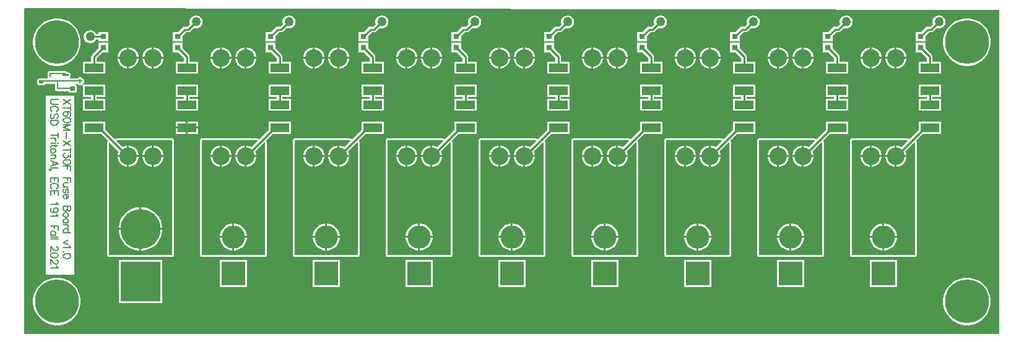
<source format=gtl>
G04*
G04 #@! TF.GenerationSoftware,Altium Limited,Altium Designer,21.8.1 (53)*
G04*
G04 Layer_Physical_Order=1*
G04 Layer_Color=255*
%FSLAX44Y44*%
%MOMM*%
G71*
G04*
G04 #@! TF.SameCoordinates,F20226F6-1504-4F19-8167-BFA24F29C99C*
G04*
G04*
G04 #@! TF.FilePolarity,Positive*
G04*
G01*
G75*
%ADD10C,0.2540*%
%ADD16C,0.2032*%
%ADD17R,2.5000X1.1500*%
%ADD18R,0.8000X0.8000*%
%ADD28C,2.4000*%
%ADD29R,3.1750X3.1750*%
%ADD30C,3.1750*%
%ADD31C,5.4610*%
%ADD32R,5.4610X5.4610*%
%ADD33C,6.0000*%
%ADD34C,1.2700*%
G36*
X1339850Y450331D02*
Y6350D01*
X6350D01*
Y452547D01*
X7249Y453444D01*
X1339850Y450331D01*
D02*
G37*
%LPC*%
G36*
X1258470Y443230D02*
X1256130D01*
X1253869Y442624D01*
X1251841Y441454D01*
X1250186Y439799D01*
X1249016Y437771D01*
X1248410Y435510D01*
Y433170D01*
X1248880Y431414D01*
X1245177Y427710D01*
X1241826D01*
X1240339Y427415D01*
X1239079Y426573D01*
X1232946Y420440D01*
X1225360D01*
Y407360D01*
X1238440D01*
Y414946D01*
X1243435Y419941D01*
X1246786D01*
X1248272Y420237D01*
X1249533Y421079D01*
X1254374Y425920D01*
X1256130Y425450D01*
X1258470D01*
X1260731Y426056D01*
X1262759Y427226D01*
X1264414Y428881D01*
X1265584Y430909D01*
X1266190Y433170D01*
Y435510D01*
X1265584Y437771D01*
X1264414Y439799D01*
X1262759Y441454D01*
X1260731Y442624D01*
X1258470Y443230D01*
D02*
G37*
G36*
X1131470D02*
X1129130D01*
X1126869Y442624D01*
X1124841Y441454D01*
X1123186Y439799D01*
X1122016Y437771D01*
X1121410Y435510D01*
Y433170D01*
X1121880Y431414D01*
X1118177Y427710D01*
X1114826D01*
X1113339Y427415D01*
X1112079Y426573D01*
X1105946Y420440D01*
X1098360D01*
Y407360D01*
X1111440D01*
Y414946D01*
X1116435Y419941D01*
X1119786D01*
X1121272Y420237D01*
X1122533Y421079D01*
X1127374Y425920D01*
X1129130Y425450D01*
X1131470D01*
X1133731Y426056D01*
X1135759Y427226D01*
X1137414Y428881D01*
X1138584Y430909D01*
X1139190Y433170D01*
Y435510D01*
X1138584Y437771D01*
X1137414Y439799D01*
X1135759Y441454D01*
X1133731Y442624D01*
X1131470Y443230D01*
D02*
G37*
G36*
X1004470D02*
X1002130D01*
X999869Y442624D01*
X997841Y441454D01*
X996186Y439799D01*
X995016Y437771D01*
X994410Y435510D01*
Y433170D01*
X994880Y431414D01*
X991177Y427710D01*
X987826D01*
X986339Y427415D01*
X985079Y426573D01*
X978946Y420440D01*
X971360D01*
Y407360D01*
X984440D01*
Y414946D01*
X989435Y419941D01*
X992786D01*
X994272Y420237D01*
X995533Y421079D01*
X1000374Y425920D01*
X1002130Y425450D01*
X1004470D01*
X1006731Y426056D01*
X1008759Y427226D01*
X1010414Y428881D01*
X1011584Y430909D01*
X1012190Y433170D01*
Y435510D01*
X1011584Y437771D01*
X1010414Y439799D01*
X1008759Y441454D01*
X1006731Y442624D01*
X1004470Y443230D01*
D02*
G37*
G36*
X877470D02*
X875130D01*
X872869Y442624D01*
X870841Y441454D01*
X869186Y439799D01*
X868016Y437771D01*
X867410Y435510D01*
Y433170D01*
X867880Y431414D01*
X864177Y427710D01*
X860826D01*
X859339Y427415D01*
X858079Y426573D01*
X851946Y420440D01*
X844360D01*
Y407360D01*
X857440D01*
Y414946D01*
X862435Y419941D01*
X865786D01*
X867272Y420237D01*
X868533Y421079D01*
X873374Y425920D01*
X875130Y425450D01*
X877470D01*
X879731Y426056D01*
X881759Y427226D01*
X883414Y428881D01*
X884584Y430909D01*
X885190Y433170D01*
Y435510D01*
X884584Y437771D01*
X883414Y439799D01*
X881759Y441454D01*
X879731Y442624D01*
X877470Y443230D01*
D02*
G37*
G36*
X750470D02*
X748130D01*
X745869Y442624D01*
X743841Y441454D01*
X742186Y439799D01*
X741016Y437771D01*
X740410Y435510D01*
Y433170D01*
X740880Y431414D01*
X737177Y427710D01*
X733826D01*
X732339Y427415D01*
X731079Y426573D01*
X724946Y420440D01*
X717360D01*
Y407360D01*
X730440D01*
Y414946D01*
X735435Y419941D01*
X738786D01*
X740272Y420237D01*
X741533Y421079D01*
X746374Y425920D01*
X748130Y425450D01*
X750470D01*
X752731Y426056D01*
X754759Y427226D01*
X756414Y428881D01*
X757584Y430909D01*
X758190Y433170D01*
Y435510D01*
X757584Y437771D01*
X756414Y439799D01*
X754759Y441454D01*
X752731Y442624D01*
X750470Y443230D01*
D02*
G37*
G36*
X623470D02*
X621130D01*
X618869Y442624D01*
X616841Y441454D01*
X615186Y439799D01*
X614016Y437771D01*
X613410Y435510D01*
Y433170D01*
X613880Y431414D01*
X610177Y427710D01*
X606826D01*
X605339Y427415D01*
X604079Y426573D01*
X597946Y420440D01*
X590360D01*
Y407360D01*
X603440D01*
Y414946D01*
X608435Y419941D01*
X611786D01*
X613272Y420237D01*
X614533Y421079D01*
X619374Y425920D01*
X621130Y425450D01*
X623470D01*
X625731Y426056D01*
X627759Y427226D01*
X629414Y428881D01*
X630584Y430909D01*
X631190Y433170D01*
Y435510D01*
X630584Y437771D01*
X629414Y439799D01*
X627759Y441454D01*
X625731Y442624D01*
X623470Y443230D01*
D02*
G37*
G36*
X496470D02*
X494130D01*
X491869Y442624D01*
X489841Y441454D01*
X488186Y439799D01*
X487016Y437771D01*
X486410Y435510D01*
Y433170D01*
X486880Y431414D01*
X483177Y427710D01*
X479826D01*
X478339Y427415D01*
X477079Y426573D01*
X470946Y420440D01*
X463360D01*
Y407360D01*
X476440D01*
Y414946D01*
X481435Y419941D01*
X484786D01*
X486272Y420237D01*
X487533Y421079D01*
X492374Y425920D01*
X494130Y425450D01*
X496470D01*
X498731Y426056D01*
X500759Y427226D01*
X502414Y428881D01*
X503584Y430909D01*
X504190Y433170D01*
Y435510D01*
X503584Y437771D01*
X502414Y439799D01*
X500759Y441454D01*
X498731Y442624D01*
X496470Y443230D01*
D02*
G37*
G36*
X369470D02*
X367130D01*
X364869Y442624D01*
X362841Y441454D01*
X361186Y439799D01*
X360016Y437771D01*
X359410Y435510D01*
Y433170D01*
X359880Y431414D01*
X356177Y427710D01*
X352826D01*
X351339Y427415D01*
X350079Y426573D01*
X343946Y420440D01*
X336360D01*
Y407360D01*
X349440D01*
Y414946D01*
X354435Y419941D01*
X357786D01*
X359272Y420237D01*
X360533Y421079D01*
X365374Y425920D01*
X367130Y425450D01*
X369470D01*
X371731Y426056D01*
X373759Y427226D01*
X375414Y428881D01*
X376584Y430909D01*
X377190Y433170D01*
Y435510D01*
X376584Y437771D01*
X375414Y439799D01*
X373759Y441454D01*
X371731Y442624D01*
X369470Y443230D01*
D02*
G37*
G36*
X242470D02*
X240130D01*
X237869Y442624D01*
X235841Y441454D01*
X234186Y439799D01*
X233016Y437771D01*
X232410Y435510D01*
Y433170D01*
X232880Y431414D01*
X229177Y427710D01*
X225826D01*
X224339Y427415D01*
X223079Y426573D01*
X216946Y420440D01*
X209360D01*
Y407360D01*
X222440D01*
Y414946D01*
X227435Y419941D01*
X230786D01*
X232272Y420237D01*
X233533Y421079D01*
X238374Y425920D01*
X240130Y425450D01*
X242470D01*
X244731Y426056D01*
X246759Y427226D01*
X248414Y428881D01*
X249584Y430909D01*
X250190Y433170D01*
Y435510D01*
X249584Y437771D01*
X248414Y439799D01*
X246759Y441454D01*
X244731Y442624D01*
X242470Y443230D01*
D02*
G37*
G36*
X97690Y422910D02*
X95350D01*
X93089Y422304D01*
X91061Y421134D01*
X89406Y419479D01*
X88236Y417451D01*
X87630Y415190D01*
Y412850D01*
X88236Y410589D01*
X89406Y408561D01*
X91061Y406906D01*
X93089Y405736D01*
X95350Y405130D01*
X97690D01*
X99951Y405736D01*
X101979Y406906D01*
X103634Y408561D01*
X104543Y410135D01*
X107760D01*
Y407360D01*
X120840D01*
Y420440D01*
X107760D01*
Y417905D01*
X104543D01*
X103634Y419479D01*
X101979Y421134D01*
X99951Y422304D01*
X97690Y422910D01*
D02*
G37*
G36*
X1200014Y399390D02*
X1199370D01*
Y386120D01*
X1212640D01*
Y386764D01*
X1211649Y390462D01*
X1209735Y393778D01*
X1207028Y396485D01*
X1203712Y398399D01*
X1200014Y399390D01*
D02*
G37*
G36*
X1073014D02*
X1072370D01*
Y386120D01*
X1085640D01*
Y386764D01*
X1084649Y390462D01*
X1082735Y393778D01*
X1080028Y396485D01*
X1076712Y398399D01*
X1073014Y399390D01*
D02*
G37*
G36*
X946014D02*
X945370D01*
Y386120D01*
X958640D01*
Y386764D01*
X957649Y390462D01*
X955735Y393778D01*
X953028Y396485D01*
X949712Y398399D01*
X946014Y399390D01*
D02*
G37*
G36*
X819014D02*
X818370D01*
Y386120D01*
X831640D01*
Y386764D01*
X830649Y390462D01*
X828735Y393778D01*
X826028Y396485D01*
X822712Y398399D01*
X819014Y399390D01*
D02*
G37*
G36*
X692014D02*
X691370D01*
Y386120D01*
X704640D01*
Y386764D01*
X703649Y390462D01*
X701735Y393778D01*
X699028Y396485D01*
X695712Y398399D01*
X692014Y399390D01*
D02*
G37*
G36*
X565014D02*
X564370D01*
Y386120D01*
X577640D01*
Y386764D01*
X576649Y390462D01*
X574735Y393778D01*
X572028Y396485D01*
X568712Y398399D01*
X565014Y399390D01*
D02*
G37*
G36*
X438014D02*
X437370D01*
Y386120D01*
X450640D01*
Y386764D01*
X449649Y390462D01*
X447735Y393778D01*
X445028Y396485D01*
X441712Y398399D01*
X438014Y399390D01*
D02*
G37*
G36*
X311014D02*
X310370D01*
Y386120D01*
X323640D01*
Y386764D01*
X322649Y390462D01*
X320735Y393778D01*
X318028Y396485D01*
X314712Y398399D01*
X311014Y399390D01*
D02*
G37*
G36*
X561830D02*
X561186D01*
X557488Y398399D01*
X554172Y396485D01*
X551465Y393778D01*
X549551Y390462D01*
X548560Y386764D01*
Y386120D01*
X561830D01*
Y399390D01*
D02*
G37*
G36*
X434830D02*
X434186D01*
X430488Y398399D01*
X427172Y396485D01*
X424465Y393778D01*
X422551Y390462D01*
X421560Y386764D01*
Y386120D01*
X434830D01*
Y399390D01*
D02*
G37*
G36*
X307830D02*
X307186D01*
X303488Y398399D01*
X300172Y396485D01*
X297465Y393778D01*
X295551Y390462D01*
X294560Y386764D01*
Y386120D01*
X307830D01*
Y399390D01*
D02*
G37*
G36*
X1196830D02*
X1196186D01*
X1192488Y398399D01*
X1189172Y396485D01*
X1186465Y393778D01*
X1184551Y390462D01*
X1183560Y386764D01*
Y386120D01*
X1196830D01*
Y399390D01*
D02*
G37*
G36*
X1069830D02*
X1069186D01*
X1065488Y398399D01*
X1062172Y396485D01*
X1059465Y393778D01*
X1057551Y390462D01*
X1056560Y386764D01*
Y386120D01*
X1069830D01*
Y399390D01*
D02*
G37*
G36*
X942830D02*
X942186D01*
X938488Y398399D01*
X935172Y396485D01*
X932465Y393778D01*
X930551Y390462D01*
X929560Y386764D01*
Y386120D01*
X942830D01*
Y399390D01*
D02*
G37*
G36*
X815830D02*
X815186D01*
X811488Y398399D01*
X808172Y396485D01*
X805465Y393778D01*
X803551Y390462D01*
X802560Y386764D01*
Y386120D01*
X815830D01*
Y399390D01*
D02*
G37*
G36*
X688830D02*
X688186D01*
X684488Y398399D01*
X681172Y396485D01*
X678465Y393778D01*
X676551Y390462D01*
X675560Y386764D01*
Y386120D01*
X688830D01*
Y399390D01*
D02*
G37*
G36*
X184014D02*
X183370D01*
Y386120D01*
X196640D01*
Y386764D01*
X195649Y390462D01*
X193735Y393778D01*
X191028Y396485D01*
X187712Y398399D01*
X184014Y399390D01*
D02*
G37*
G36*
X150014D02*
X149370D01*
Y386120D01*
X162640D01*
Y386764D01*
X161649Y390462D01*
X159735Y393778D01*
X157028Y396485D01*
X153712Y398399D01*
X150014Y399390D01*
D02*
G37*
G36*
X180830D02*
X180186D01*
X176488Y398399D01*
X173172Y396485D01*
X170465Y393778D01*
X168551Y390462D01*
X167560Y386764D01*
Y386120D01*
X180830D01*
Y399390D01*
D02*
G37*
G36*
X146830D02*
X146186D01*
X142488Y398399D01*
X139172Y396485D01*
X136465Y393778D01*
X134551Y390462D01*
X133560Y386764D01*
Y386120D01*
X146830D01*
Y399390D01*
D02*
G37*
G36*
X1166014D02*
X1165370D01*
Y386120D01*
X1178640D01*
Y386764D01*
X1177649Y390462D01*
X1175735Y393778D01*
X1173028Y396485D01*
X1169712Y398399D01*
X1166014Y399390D01*
D02*
G37*
G36*
X1039014D02*
X1038370D01*
Y386120D01*
X1051640D01*
Y386764D01*
X1050649Y390462D01*
X1048735Y393778D01*
X1046028Y396485D01*
X1042712Y398399D01*
X1039014Y399390D01*
D02*
G37*
G36*
X912014D02*
X911370D01*
Y386120D01*
X924640D01*
Y386764D01*
X923649Y390462D01*
X921735Y393778D01*
X919028Y396485D01*
X915712Y398399D01*
X912014Y399390D01*
D02*
G37*
G36*
X785014D02*
X784370D01*
Y386120D01*
X797640D01*
Y386764D01*
X796649Y390462D01*
X794735Y393778D01*
X792028Y396485D01*
X788712Y398399D01*
X785014Y399390D01*
D02*
G37*
G36*
X658014D02*
X657370D01*
Y386120D01*
X670640D01*
Y386764D01*
X669649Y390462D01*
X667735Y393778D01*
X665028Y396485D01*
X661712Y398399D01*
X658014Y399390D01*
D02*
G37*
G36*
X531014D02*
X530370D01*
Y386120D01*
X543640D01*
Y386764D01*
X542649Y390462D01*
X540735Y393778D01*
X538028Y396485D01*
X534712Y398399D01*
X531014Y399390D01*
D02*
G37*
G36*
X404014D02*
X403370D01*
Y386120D01*
X416640D01*
Y386764D01*
X415649Y390462D01*
X413735Y393778D01*
X411028Y396485D01*
X407712Y398399D01*
X404014Y399390D01*
D02*
G37*
G36*
X277014D02*
X276370D01*
Y386120D01*
X289640D01*
Y386764D01*
X288649Y390462D01*
X286735Y393778D01*
X284028Y396485D01*
X280712Y398399D01*
X277014Y399390D01*
D02*
G37*
G36*
X527830D02*
X527186D01*
X523488Y398399D01*
X520172Y396485D01*
X517465Y393778D01*
X515551Y390462D01*
X514560Y386764D01*
Y386120D01*
X527830D01*
Y399390D01*
D02*
G37*
G36*
X400830D02*
X400186D01*
X396488Y398399D01*
X393172Y396485D01*
X390465Y393778D01*
X388551Y390462D01*
X387560Y386764D01*
Y386120D01*
X400830D01*
Y399390D01*
D02*
G37*
G36*
X273830D02*
X273186D01*
X269488Y398399D01*
X266172Y396485D01*
X263465Y393778D01*
X261551Y390462D01*
X260560Y386764D01*
Y386120D01*
X273830D01*
Y399390D01*
D02*
G37*
G36*
X1162830D02*
X1162186D01*
X1158488Y398399D01*
X1155172Y396485D01*
X1152465Y393778D01*
X1150551Y390462D01*
X1149560Y386764D01*
Y386120D01*
X1162830D01*
Y399390D01*
D02*
G37*
G36*
X1035830D02*
X1035186D01*
X1031488Y398399D01*
X1028172Y396485D01*
X1025465Y393778D01*
X1023551Y390462D01*
X1022560Y386764D01*
Y386120D01*
X1035830D01*
Y399390D01*
D02*
G37*
G36*
X908830D02*
X908186D01*
X904488Y398399D01*
X901172Y396485D01*
X898465Y393778D01*
X896551Y390462D01*
X895560Y386764D01*
Y386120D01*
X908830D01*
Y399390D01*
D02*
G37*
G36*
X781830D02*
X781186D01*
X777488Y398399D01*
X774172Y396485D01*
X771465Y393778D01*
X769551Y390462D01*
X768560Y386764D01*
Y386120D01*
X781830D01*
Y399390D01*
D02*
G37*
G36*
X654830D02*
X654186D01*
X650488Y398399D01*
X647172Y396485D01*
X644465Y393778D01*
X642551Y390462D01*
X641560Y386764D01*
Y386120D01*
X654830D01*
Y399390D01*
D02*
G37*
G36*
X1297961Y438940D02*
X1292839D01*
X1287780Y438139D01*
X1282909Y436556D01*
X1278345Y434231D01*
X1274202Y431220D01*
X1270580Y427598D01*
X1267569Y423455D01*
X1265244Y418891D01*
X1263661Y414020D01*
X1262860Y408961D01*
Y403839D01*
X1263661Y398780D01*
X1265244Y393909D01*
X1267569Y389345D01*
X1270580Y385202D01*
X1274202Y381580D01*
X1278345Y378569D01*
X1282909Y376244D01*
X1287780Y374661D01*
X1292839Y373860D01*
X1297961D01*
X1303020Y374661D01*
X1307891Y376244D01*
X1312455Y378569D01*
X1316598Y381580D01*
X1320220Y385202D01*
X1323231Y389345D01*
X1325556Y393909D01*
X1327139Y398780D01*
X1327940Y403839D01*
Y408961D01*
X1327139Y414020D01*
X1325556Y418891D01*
X1323231Y423455D01*
X1320220Y427598D01*
X1316598Y431220D01*
X1312455Y434231D01*
X1307891Y436556D01*
X1303020Y438139D01*
X1297961Y438940D01*
D02*
G37*
G36*
X53361D02*
X48239D01*
X43180Y438139D01*
X38309Y436556D01*
X33745Y434231D01*
X29602Y431220D01*
X25980Y427598D01*
X22969Y423455D01*
X20644Y418891D01*
X19061Y414020D01*
X18260Y408961D01*
Y403839D01*
X19061Y398780D01*
X20644Y393909D01*
X22969Y389345D01*
X25980Y385202D01*
X29602Y381580D01*
X33745Y378569D01*
X38309Y376244D01*
X43180Y374661D01*
X48239Y373860D01*
X53361D01*
X58420Y374661D01*
X63291Y376244D01*
X67855Y378569D01*
X71998Y381580D01*
X75620Y385202D01*
X78631Y389345D01*
X80956Y393909D01*
X82539Y398780D01*
X83340Y403839D01*
Y408961D01*
X82539Y414020D01*
X80956Y418891D01*
X78631Y423455D01*
X75620Y427598D01*
X71998Y431220D01*
X67855Y434231D01*
X63291Y436556D01*
X58420Y438139D01*
X53361Y438940D01*
D02*
G37*
G36*
X1212640Y383580D02*
X1199370D01*
Y370310D01*
X1200014D01*
X1203712Y371301D01*
X1207028Y373215D01*
X1209735Y375922D01*
X1211649Y379238D01*
X1212640Y382936D01*
Y383580D01*
D02*
G37*
G36*
X1196830D02*
X1183560D01*
Y382936D01*
X1184551Y379238D01*
X1186465Y375922D01*
X1189172Y373215D01*
X1192488Y371301D01*
X1196186Y370310D01*
X1196830D01*
Y383580D01*
D02*
G37*
G36*
X1178640Y383580D02*
X1165370D01*
Y370310D01*
X1166014D01*
X1169712Y371301D01*
X1173028Y373215D01*
X1175735Y375922D01*
X1177649Y379238D01*
X1178640Y382936D01*
Y383580D01*
D02*
G37*
G36*
X1162830D02*
X1149560D01*
Y382936D01*
X1150551Y379238D01*
X1152465Y375922D01*
X1155172Y373215D01*
X1158488Y371301D01*
X1162186Y370310D01*
X1162830D01*
Y383580D01*
D02*
G37*
G36*
X1085640Y383580D02*
X1072370D01*
Y370310D01*
X1073014D01*
X1076712Y371301D01*
X1080028Y373215D01*
X1082735Y375922D01*
X1084649Y379238D01*
X1085640Y382936D01*
Y383580D01*
D02*
G37*
G36*
X1069830D02*
X1056560D01*
Y382936D01*
X1057551Y379238D01*
X1059465Y375922D01*
X1062172Y373215D01*
X1065488Y371301D01*
X1069186Y370310D01*
X1069830D01*
Y383580D01*
D02*
G37*
G36*
X1051640Y383580D02*
X1038370D01*
Y370310D01*
X1039014D01*
X1042712Y371301D01*
X1046028Y373215D01*
X1048735Y375922D01*
X1050649Y379238D01*
X1051640Y382936D01*
Y383580D01*
D02*
G37*
G36*
X1035830D02*
X1022560D01*
Y382936D01*
X1023551Y379238D01*
X1025465Y375922D01*
X1028172Y373215D01*
X1031488Y371301D01*
X1035186Y370310D01*
X1035830D01*
Y383580D01*
D02*
G37*
G36*
X958640Y383580D02*
X945370D01*
Y370310D01*
X946014D01*
X949712Y371301D01*
X953028Y373215D01*
X955735Y375922D01*
X957649Y379238D01*
X958640Y382936D01*
Y383580D01*
D02*
G37*
G36*
X942830D02*
X929560D01*
Y382936D01*
X930551Y379238D01*
X932465Y375922D01*
X935172Y373215D01*
X938488Y371301D01*
X942186Y370310D01*
X942830D01*
Y383580D01*
D02*
G37*
G36*
X924640Y383580D02*
X911370D01*
Y370310D01*
X912014D01*
X915712Y371301D01*
X919028Y373215D01*
X921735Y375922D01*
X923649Y379238D01*
X924640Y382936D01*
Y383580D01*
D02*
G37*
G36*
X908830D02*
X895560D01*
Y382936D01*
X896551Y379238D01*
X898465Y375922D01*
X901172Y373215D01*
X904488Y371301D01*
X908186Y370310D01*
X908830D01*
Y383580D01*
D02*
G37*
G36*
X831640Y383580D02*
X818370D01*
Y370310D01*
X819014D01*
X822712Y371301D01*
X826028Y373215D01*
X828735Y375922D01*
X830649Y379238D01*
X831640Y382936D01*
Y383580D01*
D02*
G37*
G36*
X815830D02*
X802560D01*
Y382936D01*
X803551Y379238D01*
X805465Y375922D01*
X808172Y373215D01*
X811488Y371301D01*
X815186Y370310D01*
X815830D01*
Y383580D01*
D02*
G37*
G36*
X797640Y383580D02*
X784370D01*
Y370310D01*
X785014D01*
X788712Y371301D01*
X792028Y373215D01*
X794735Y375922D01*
X796649Y379238D01*
X797640Y382936D01*
Y383580D01*
D02*
G37*
G36*
X781830D02*
X768560D01*
Y382936D01*
X769551Y379238D01*
X771465Y375922D01*
X774172Y373215D01*
X777488Y371301D01*
X781186Y370310D01*
X781830D01*
Y383580D01*
D02*
G37*
G36*
X704640Y383580D02*
X691370D01*
Y370310D01*
X692014D01*
X695712Y371301D01*
X699028Y373215D01*
X701735Y375922D01*
X703649Y379238D01*
X704640Y382936D01*
Y383580D01*
D02*
G37*
G36*
X688830D02*
X675560D01*
Y382936D01*
X676551Y379238D01*
X678465Y375922D01*
X681172Y373215D01*
X684488Y371301D01*
X688186Y370310D01*
X688830D01*
Y383580D01*
D02*
G37*
G36*
X670640Y383580D02*
X657370D01*
Y370310D01*
X658014D01*
X661712Y371301D01*
X665028Y373215D01*
X667735Y375922D01*
X669649Y379238D01*
X670640Y382936D01*
Y383580D01*
D02*
G37*
G36*
X654830D02*
X641560D01*
Y382936D01*
X642551Y379238D01*
X644465Y375922D01*
X647172Y373215D01*
X650488Y371301D01*
X654186Y370310D01*
X654830D01*
Y383580D01*
D02*
G37*
G36*
X577640Y383580D02*
X564370D01*
Y370310D01*
X565014D01*
X568712Y371301D01*
X572028Y373215D01*
X574735Y375922D01*
X576649Y379238D01*
X577640Y382936D01*
Y383580D01*
D02*
G37*
G36*
X561830D02*
X548560D01*
Y382936D01*
X549551Y379238D01*
X551465Y375922D01*
X554172Y373215D01*
X557488Y371301D01*
X561186Y370310D01*
X561830D01*
Y383580D01*
D02*
G37*
G36*
X543640Y383580D02*
X530370D01*
Y370310D01*
X531014D01*
X534712Y371301D01*
X538028Y373215D01*
X540735Y375922D01*
X542649Y379238D01*
X543640Y382936D01*
Y383580D01*
D02*
G37*
G36*
X527830D02*
X514560D01*
Y382936D01*
X515551Y379238D01*
X517465Y375922D01*
X520172Y373215D01*
X523488Y371301D01*
X527186Y370310D01*
X527830D01*
Y383580D01*
D02*
G37*
G36*
X450640Y383580D02*
X437370D01*
Y370310D01*
X438014D01*
X441712Y371301D01*
X445028Y373215D01*
X447735Y375922D01*
X449649Y379238D01*
X450640Y382936D01*
Y383580D01*
D02*
G37*
G36*
X434830D02*
X421560D01*
Y382936D01*
X422551Y379238D01*
X424465Y375922D01*
X427172Y373215D01*
X430488Y371301D01*
X434186Y370310D01*
X434830D01*
Y383580D01*
D02*
G37*
G36*
X416640Y383580D02*
X403370D01*
Y370310D01*
X404014D01*
X407712Y371301D01*
X411028Y373215D01*
X413735Y375922D01*
X415649Y379238D01*
X416640Y382936D01*
Y383580D01*
D02*
G37*
G36*
X400830D02*
X387560D01*
Y382936D01*
X388551Y379238D01*
X390465Y375922D01*
X393172Y373215D01*
X396488Y371301D01*
X400186Y370310D01*
X400830D01*
Y383580D01*
D02*
G37*
G36*
X323640Y383580D02*
X310370D01*
Y370310D01*
X311014D01*
X314712Y371301D01*
X318028Y373215D01*
X320735Y375922D01*
X322649Y379238D01*
X323640Y382936D01*
Y383580D01*
D02*
G37*
G36*
X307830D02*
X294560D01*
Y382936D01*
X295551Y379238D01*
X297465Y375922D01*
X300172Y373215D01*
X303488Y371301D01*
X307186Y370310D01*
X307830D01*
Y383580D01*
D02*
G37*
G36*
X289640Y383580D02*
X276370D01*
Y370310D01*
X277014D01*
X280712Y371301D01*
X284028Y373215D01*
X286735Y375922D01*
X288649Y379238D01*
X289640Y382936D01*
Y383580D01*
D02*
G37*
G36*
X273830D02*
X260560D01*
Y382936D01*
X261551Y379238D01*
X263465Y375922D01*
X266172Y373215D01*
X269488Y371301D01*
X273186Y370310D01*
X273830D01*
Y383580D01*
D02*
G37*
G36*
X196640Y383580D02*
X183370D01*
Y370310D01*
X184014D01*
X187712Y371301D01*
X191028Y373215D01*
X193735Y375922D01*
X195649Y379238D01*
X196640Y382936D01*
Y383580D01*
D02*
G37*
G36*
X180830D02*
X167560D01*
Y382936D01*
X168551Y379238D01*
X170465Y375922D01*
X173172Y373215D01*
X176488Y371301D01*
X180186Y370310D01*
X180830D01*
Y383580D01*
D02*
G37*
G36*
X162640D02*
X149370D01*
Y370310D01*
X150014D01*
X153712Y371301D01*
X157028Y373215D01*
X159735Y375922D01*
X161649Y379238D01*
X162640Y382936D01*
Y383580D01*
D02*
G37*
G36*
X146830D02*
X133560D01*
Y382936D01*
X134551Y379238D01*
X136465Y375922D01*
X139172Y373215D01*
X142488Y371301D01*
X146186Y370310D01*
X146830D01*
Y383580D01*
D02*
G37*
G36*
X1238440Y405440D02*
X1225360D01*
Y392360D01*
X1232946D01*
X1240715Y384591D01*
Y379640D01*
X1229560D01*
Y363060D01*
X1259640D01*
Y379640D01*
X1248485D01*
Y386200D01*
X1248189Y387687D01*
X1247347Y388947D01*
X1238440Y397854D01*
Y405440D01*
D02*
G37*
G36*
X1111440D02*
X1098360D01*
Y392360D01*
X1105946D01*
X1113715Y384591D01*
Y379640D01*
X1102560D01*
Y363060D01*
X1132640D01*
Y379640D01*
X1121485D01*
Y386200D01*
X1121189Y387687D01*
X1120347Y388947D01*
X1111440Y397854D01*
Y405440D01*
D02*
G37*
G36*
X984440D02*
X971360D01*
Y392360D01*
X978946D01*
X986715Y384591D01*
Y379640D01*
X975560D01*
Y363060D01*
X1005640D01*
Y379640D01*
X994485D01*
Y386200D01*
X994189Y387687D01*
X993347Y388947D01*
X984440Y397854D01*
Y405440D01*
D02*
G37*
G36*
X857440D02*
X844360D01*
Y392360D01*
X851946D01*
X859715Y384591D01*
Y379640D01*
X848560D01*
Y363060D01*
X878640D01*
Y379640D01*
X867485D01*
Y386200D01*
X867189Y387687D01*
X866347Y388947D01*
X857440Y397854D01*
Y405440D01*
D02*
G37*
G36*
X730440D02*
X717360D01*
Y392360D01*
X724946D01*
X732715Y384591D01*
Y379640D01*
X721560D01*
Y363060D01*
X751640D01*
Y379640D01*
X740485D01*
Y386200D01*
X740189Y387687D01*
X739347Y388947D01*
X730440Y397854D01*
Y405440D01*
D02*
G37*
G36*
X603440D02*
X590360D01*
Y392360D01*
X597946D01*
X605715Y384591D01*
Y379640D01*
X594560D01*
Y363060D01*
X624640D01*
Y379640D01*
X613485D01*
Y386200D01*
X613189Y387687D01*
X612347Y388947D01*
X603440Y397854D01*
Y405440D01*
D02*
G37*
G36*
X476440D02*
X463360D01*
Y392360D01*
X470946D01*
X478715Y384591D01*
Y379640D01*
X467560D01*
Y363060D01*
X497640D01*
Y379640D01*
X486485D01*
Y386200D01*
X486189Y387687D01*
X485347Y388947D01*
X476440Y397854D01*
Y405440D01*
D02*
G37*
G36*
X349440D02*
X336360D01*
Y392360D01*
X343946D01*
X351715Y384591D01*
Y379640D01*
X340560D01*
Y363060D01*
X370640D01*
Y379640D01*
X359485D01*
Y386200D01*
X359189Y387687D01*
X358347Y388947D01*
X349440Y397854D01*
Y405440D01*
D02*
G37*
G36*
X222440D02*
X209360D01*
Y392360D01*
X216946D01*
X224715Y384591D01*
Y379640D01*
X213560D01*
Y363060D01*
X243640D01*
Y379640D01*
X232485D01*
Y386200D01*
X232189Y387687D01*
X231347Y388947D01*
X222440Y397854D01*
Y405440D01*
D02*
G37*
G36*
X120840D02*
X107760D01*
Y397854D01*
X98853Y388947D01*
X98011Y387687D01*
X97715Y386200D01*
Y379640D01*
X86560D01*
Y363060D01*
X116640D01*
Y379640D01*
X105485D01*
Y384591D01*
X113254Y392360D01*
X120840D01*
Y405440D01*
D02*
G37*
G36*
X1259640Y348140D02*
X1229560D01*
Y331560D01*
X1240715D01*
Y328840D01*
X1229560D01*
Y312260D01*
X1259640D01*
Y328840D01*
X1248485D01*
Y331560D01*
X1259640D01*
Y348140D01*
D02*
G37*
G36*
X1132640D02*
X1102560D01*
Y331560D01*
X1113715D01*
Y328840D01*
X1102560D01*
Y312260D01*
X1132640D01*
Y328840D01*
X1121485D01*
Y331560D01*
X1132640D01*
Y348140D01*
D02*
G37*
G36*
X1005640D02*
X975560D01*
Y331560D01*
X986715D01*
Y328840D01*
X975560D01*
Y312260D01*
X1005640D01*
Y328840D01*
X994485D01*
Y331560D01*
X1005640D01*
Y348140D01*
D02*
G37*
G36*
X878640D02*
X848560D01*
Y331560D01*
X859715D01*
Y328840D01*
X848560D01*
Y312260D01*
X878640D01*
Y328840D01*
X867485D01*
Y331560D01*
X878640D01*
Y348140D01*
D02*
G37*
G36*
X751640D02*
X721560D01*
Y331560D01*
X732715D01*
Y328840D01*
X721560D01*
Y312260D01*
X751640D01*
Y328840D01*
X740485D01*
Y331560D01*
X751640D01*
Y348140D01*
D02*
G37*
G36*
X624640D02*
X594560D01*
Y331560D01*
X605715D01*
Y328840D01*
X594560D01*
Y312260D01*
X624640D01*
Y328840D01*
X613485D01*
Y331560D01*
X624640D01*
Y348140D01*
D02*
G37*
G36*
X497640D02*
X467560D01*
Y331560D01*
X478715D01*
Y328840D01*
X467560D01*
Y312260D01*
X497640D01*
Y328840D01*
X486485D01*
Y331560D01*
X497640D01*
Y348140D01*
D02*
G37*
G36*
X370640D02*
X340560D01*
Y331560D01*
X351715D01*
Y328840D01*
X340560D01*
Y312260D01*
X370640D01*
Y328840D01*
X359485D01*
Y331560D01*
X370640D01*
Y348140D01*
D02*
G37*
G36*
X243640D02*
X213560D01*
Y331560D01*
X224715D01*
Y328840D01*
X213560D01*
Y312260D01*
X243640D01*
Y328840D01*
X232485D01*
Y331560D01*
X243640D01*
Y348140D01*
D02*
G37*
G36*
X62992Y366826D02*
X40640D01*
X39649Y366629D01*
X38809Y366067D01*
X38247Y365227D01*
X38050Y364236D01*
Y358140D01*
X38091Y357936D01*
X37159Y356666D01*
X26416D01*
X25425Y356469D01*
X24585Y355907D01*
X24023Y355067D01*
X23826Y354076D01*
Y350012D01*
X24023Y349021D01*
X24585Y348181D01*
X25425Y347619D01*
X26416Y347422D01*
X32512D01*
X33503Y347619D01*
X34343Y348181D01*
X34905Y349021D01*
X34991Y349454D01*
X48210D01*
Y341884D01*
X48407Y340893D01*
X48969Y340053D01*
X49809Y339491D01*
X50800Y339294D01*
X66609D01*
X66695Y338861D01*
X67257Y338021D01*
X68097Y337459D01*
X69088Y337262D01*
X75184D01*
X76175Y337459D01*
X77015Y338021D01*
X77577Y338861D01*
X77774Y339852D01*
Y345948D01*
X77577Y346939D01*
X77015Y347779D01*
X76409Y348184D01*
X76574Y349339D01*
X76620Y349454D01*
X78801D01*
X78887Y349021D01*
X79449Y348181D01*
X80289Y347619D01*
X81280Y347422D01*
X83312D01*
X84303Y347619D01*
X84910Y348025D01*
X85143Y348181D01*
X85143Y348181D01*
X85373Y348215D01*
X86552Y347204D01*
X86560Y347147D01*
X86560Y346918D01*
X86560Y346917D01*
X86560Y346905D01*
Y331560D01*
X97715D01*
Y328840D01*
X86560D01*
Y312260D01*
X116640D01*
Y328840D01*
X105485D01*
Y331560D01*
X116640D01*
Y348140D01*
X87823D01*
X87402Y348140D01*
X86536Y349366D01*
X86658Y349868D01*
X87175Y350213D01*
X87737Y351053D01*
X87934Y352044D01*
Y354076D01*
X87737Y355067D01*
X87175Y355907D01*
X86335Y356469D01*
X85809Y356573D01*
X85705Y357099D01*
X85143Y357939D01*
X84303Y358501D01*
X83312Y358698D01*
X81280D01*
X80289Y358501D01*
X79449Y357939D01*
X78887Y357099D01*
X78801Y356666D01*
X68492D01*
X68446Y356781D01*
X68281Y357936D01*
X68887Y358341D01*
X69449Y359181D01*
X69646Y360172D01*
Y362204D01*
X69449Y363195D01*
X68887Y364035D01*
X68047Y364597D01*
X67056Y364794D01*
X65471D01*
X65385Y365227D01*
X64823Y366067D01*
X63983Y366629D01*
X62992Y366826D01*
D02*
G37*
G36*
X243640Y297340D02*
X229870D01*
Y290320D01*
X243640D01*
Y297340D01*
D02*
G37*
G36*
X227330D02*
X213560D01*
Y290320D01*
X227330D01*
Y297340D01*
D02*
G37*
G36*
X243640Y287780D02*
X229870D01*
Y280760D01*
X243640D01*
Y287780D01*
D02*
G37*
G36*
X227330D02*
X213560D01*
Y280760D01*
X227330D01*
Y287780D01*
D02*
G37*
G36*
X1259640Y297340D02*
X1229560D01*
Y286254D01*
X1216838Y273532D01*
X1215258Y273611D01*
X1214418Y274173D01*
X1213427Y274370D01*
X1137920D01*
X1136929Y274173D01*
X1136089Y273611D01*
X1135527Y272771D01*
X1135330Y271780D01*
Y114300D01*
X1135527Y113309D01*
X1136089Y112469D01*
X1136929Y111907D01*
X1137920Y111710D01*
X1224280D01*
X1225271Y111907D01*
X1226111Y112469D01*
X1226673Y113309D01*
X1226870Y114300D01*
Y268327D01*
X1226673Y269318D01*
X1226111Y270158D01*
X1226032Y271738D01*
X1235054Y280760D01*
X1259640D01*
Y297340D01*
D02*
G37*
G36*
X1132640D02*
X1102560D01*
Y286254D01*
X1089838Y273532D01*
X1088258Y273611D01*
X1087418Y274173D01*
X1086427Y274370D01*
X1010920D01*
X1009929Y274173D01*
X1009089Y273611D01*
X1008527Y272771D01*
X1008330Y271780D01*
Y114300D01*
X1008527Y113309D01*
X1009089Y112469D01*
X1009929Y111907D01*
X1010920Y111710D01*
X1097280D01*
X1098271Y111907D01*
X1099111Y112469D01*
X1099673Y113309D01*
X1099870Y114300D01*
Y268327D01*
X1099673Y269318D01*
X1099111Y270158D01*
X1099032Y271738D01*
X1108054Y280760D01*
X1132640D01*
Y297340D01*
D02*
G37*
G36*
X1005640D02*
X975560D01*
Y286254D01*
X962838Y273532D01*
X961258Y273611D01*
X960418Y274173D01*
X959427Y274370D01*
X883920D01*
X882929Y274173D01*
X882089Y273611D01*
X881527Y272771D01*
X881330Y271780D01*
Y114300D01*
X881527Y113309D01*
X882089Y112469D01*
X882929Y111907D01*
X883920Y111710D01*
X970280D01*
X971271Y111907D01*
X972111Y112469D01*
X972673Y113309D01*
X972870Y114300D01*
Y268327D01*
X972673Y269318D01*
X972111Y270158D01*
X972032Y271738D01*
X981054Y280760D01*
X1005640D01*
Y297340D01*
D02*
G37*
G36*
X878640D02*
X848560D01*
Y286254D01*
X835838Y273532D01*
X834258Y273611D01*
X833418Y274173D01*
X832427Y274370D01*
X756920D01*
X755929Y274173D01*
X755089Y273611D01*
X754527Y272771D01*
X754330Y271780D01*
Y114300D01*
X754527Y113309D01*
X755089Y112469D01*
X755929Y111907D01*
X756920Y111710D01*
X843280D01*
X844271Y111907D01*
X845111Y112469D01*
X845673Y113309D01*
X845870Y114300D01*
Y268327D01*
X845673Y269318D01*
X845111Y270158D01*
X845032Y271738D01*
X854054Y280760D01*
X878640D01*
Y297340D01*
D02*
G37*
G36*
X751640D02*
X721560D01*
Y286254D01*
X708838Y273532D01*
X707258Y273611D01*
X706418Y274173D01*
X705427Y274370D01*
X629920D01*
X628929Y274173D01*
X628089Y273611D01*
X627527Y272771D01*
X627330Y271780D01*
Y114300D01*
X627527Y113309D01*
X628089Y112469D01*
X628929Y111907D01*
X629920Y111710D01*
X716280D01*
X717271Y111907D01*
X718111Y112469D01*
X718673Y113309D01*
X718870Y114300D01*
Y268327D01*
X718673Y269318D01*
X718111Y270158D01*
X718032Y271738D01*
X727054Y280760D01*
X751640D01*
Y297340D01*
D02*
G37*
G36*
X624640D02*
X594560D01*
Y286254D01*
X581838Y273532D01*
X580258Y273611D01*
X579418Y274173D01*
X578427Y274370D01*
X502920D01*
X501929Y274173D01*
X501089Y273611D01*
X500527Y272771D01*
X500330Y271780D01*
Y114300D01*
X500527Y113309D01*
X501089Y112469D01*
X501929Y111907D01*
X502920Y111710D01*
X589280D01*
X590271Y111907D01*
X591111Y112469D01*
X591673Y113309D01*
X591870Y114300D01*
Y268327D01*
X591673Y269318D01*
X591111Y270158D01*
X591032Y271738D01*
X600054Y280760D01*
X624640D01*
Y297340D01*
D02*
G37*
G36*
X497640D02*
X467560D01*
Y286254D01*
X454838Y273532D01*
X453258Y273611D01*
X452418Y274173D01*
X451427Y274370D01*
X375920D01*
X374929Y274173D01*
X374089Y273611D01*
X373527Y272771D01*
X373330Y271780D01*
Y114300D01*
X373527Y113309D01*
X374089Y112469D01*
X374929Y111907D01*
X375920Y111710D01*
X462280D01*
X463271Y111907D01*
X464111Y112469D01*
X464673Y113309D01*
X464870Y114300D01*
Y268327D01*
X464673Y269318D01*
X464111Y270158D01*
X464032Y271738D01*
X473054Y280760D01*
X497640D01*
Y297340D01*
D02*
G37*
G36*
X370640D02*
X340560D01*
Y286254D01*
X327838Y273532D01*
X326258Y273611D01*
X325418Y274173D01*
X324427Y274370D01*
X248920D01*
X247929Y274173D01*
X247089Y273611D01*
X246527Y272771D01*
X246330Y271780D01*
Y114300D01*
X246527Y113309D01*
X247089Y112469D01*
X247929Y111907D01*
X248920Y111710D01*
X335280D01*
X336271Y111907D01*
X337111Y112469D01*
X337673Y113309D01*
X337870Y114300D01*
Y268327D01*
X337673Y269318D01*
X337111Y270158D01*
X337032Y271738D01*
X346054Y280760D01*
X370640D01*
Y297340D01*
D02*
G37*
G36*
X116640D02*
X86560D01*
Y280760D01*
X111146D01*
X120168Y271738D01*
X120089Y270158D01*
X119527Y269318D01*
X119330Y268327D01*
Y114300D01*
X119527Y113309D01*
X120089Y112469D01*
X120929Y111907D01*
X121920Y111710D01*
X208280D01*
X209271Y111907D01*
X210111Y112469D01*
X210673Y113309D01*
X210870Y114300D01*
Y271780D01*
X210673Y272771D01*
X210111Y273611D01*
X209271Y274173D01*
X208280Y274370D01*
X132773D01*
X131782Y274173D01*
X130942Y273611D01*
X129362Y273532D01*
X116640Y286254D01*
Y297340D01*
D02*
G37*
G36*
X74347Y332740D02*
X35560D01*
Y87376D01*
X74347D01*
Y332740D01*
D02*
G37*
G36*
X1199515Y107715D02*
X1162685D01*
Y70885D01*
X1199515D01*
Y107715D01*
D02*
G37*
G36*
X1072515D02*
X1035685D01*
Y70885D01*
X1072515D01*
Y107715D01*
D02*
G37*
G36*
X945515D02*
X908685D01*
Y70885D01*
X945515D01*
Y107715D01*
D02*
G37*
G36*
X818515D02*
X781685D01*
Y70885D01*
X818515D01*
Y107715D01*
D02*
G37*
G36*
X691515D02*
X654685D01*
Y70885D01*
X691515D01*
Y107715D01*
D02*
G37*
G36*
X564515D02*
X527685D01*
Y70885D01*
X564515D01*
Y107715D01*
D02*
G37*
G36*
X437515D02*
X400685D01*
Y70885D01*
X437515D01*
Y107715D01*
D02*
G37*
G36*
X310515D02*
X273685D01*
Y70885D01*
X310515D01*
Y107715D01*
D02*
G37*
G36*
X194945Y108145D02*
X135255D01*
Y48455D01*
X194945D01*
Y108145D01*
D02*
G37*
G36*
X1297961Y83340D02*
X1292839D01*
X1287780Y82539D01*
X1282909Y80956D01*
X1278345Y78631D01*
X1274202Y75620D01*
X1270580Y71998D01*
X1267569Y67855D01*
X1265244Y63291D01*
X1263661Y58420D01*
X1262860Y53361D01*
Y48239D01*
X1263661Y43180D01*
X1265244Y38309D01*
X1267569Y33745D01*
X1270580Y29602D01*
X1274202Y25980D01*
X1278345Y22969D01*
X1282909Y20644D01*
X1287780Y19061D01*
X1292839Y18260D01*
X1297961D01*
X1303020Y19061D01*
X1307891Y20644D01*
X1312455Y22969D01*
X1316598Y25980D01*
X1320220Y29602D01*
X1323231Y33745D01*
X1325556Y38309D01*
X1327139Y43180D01*
X1327940Y48239D01*
Y53361D01*
X1327139Y58420D01*
X1325556Y63291D01*
X1323231Y67855D01*
X1320220Y71998D01*
X1316598Y75620D01*
X1312455Y78631D01*
X1307891Y80956D01*
X1303020Y82539D01*
X1297961Y83340D01*
D02*
G37*
G36*
X53361D02*
X48239D01*
X43180Y82539D01*
X38309Y80956D01*
X33745Y78631D01*
X29602Y75620D01*
X25980Y71998D01*
X22969Y67855D01*
X20644Y63291D01*
X19061Y58420D01*
X18260Y53361D01*
Y48239D01*
X19061Y43180D01*
X20644Y38309D01*
X22969Y33745D01*
X25980Y29602D01*
X29602Y25980D01*
X33745Y22969D01*
X38309Y20644D01*
X43180Y19061D01*
X48239Y18260D01*
X53361D01*
X58420Y19061D01*
X63291Y20644D01*
X67855Y22969D01*
X71998Y25980D01*
X75620Y29602D01*
X78631Y33745D01*
X80956Y38309D01*
X82539Y43180D01*
X83340Y48239D01*
Y53361D01*
X82539Y58420D01*
X80956Y63291D01*
X78631Y67855D01*
X75620Y71998D01*
X71998Y75620D01*
X67855Y78631D01*
X63291Y80956D01*
X58420Y82539D01*
X53361Y83340D01*
D02*
G37*
%LPD*%
G36*
X62992Y362204D02*
X67056D01*
Y360172D01*
X58928D01*
Y362204D01*
X42672D01*
Y358140D01*
X40640D01*
Y364236D01*
X62992D01*
Y362204D01*
D02*
G37*
G36*
X83312Y354076D02*
X85344D01*
Y352044D01*
X83312D01*
Y350012D01*
X81280D01*
Y352044D01*
X52832D01*
Y343916D01*
X69088D01*
Y345948D01*
X75184D01*
Y339852D01*
X69088D01*
Y341884D01*
X50800D01*
Y352044D01*
X32512D01*
Y350012D01*
X26416D01*
Y354076D01*
X81280D01*
Y356108D01*
X83312D01*
Y354076D01*
D02*
G37*
G36*
X1213913Y270607D02*
X1205800Y262494D01*
X1203712Y263699D01*
X1200014Y264690D01*
X1199370D01*
Y251420D01*
X1212640D01*
Y252064D01*
X1211649Y255762D01*
X1211066Y256772D01*
X1223107Y268813D01*
X1224280Y268327D01*
Y114300D01*
X1137920D01*
Y271780D01*
X1213427D01*
X1213913Y270607D01*
D02*
G37*
%LPC*%
G36*
X1196830Y264690D02*
X1196186D01*
X1192488Y263699D01*
X1189172Y261785D01*
X1186465Y259078D01*
X1184551Y255762D01*
X1183560Y252064D01*
Y251420D01*
X1196830D01*
Y264690D01*
D02*
G37*
G36*
X1166014D02*
X1165370D01*
Y251420D01*
X1178640D01*
Y252064D01*
X1177649Y255762D01*
X1175735Y259078D01*
X1173028Y261785D01*
X1169712Y263699D01*
X1166014Y264690D01*
D02*
G37*
G36*
X1162830D02*
X1162186D01*
X1158488Y263699D01*
X1155172Y261785D01*
X1152465Y259078D01*
X1150551Y255762D01*
X1149560Y252064D01*
Y251420D01*
X1162830D01*
Y264690D01*
D02*
G37*
G36*
X1212640Y248880D02*
X1199370D01*
Y235610D01*
X1200014D01*
X1203712Y236601D01*
X1207028Y238515D01*
X1209735Y241222D01*
X1211649Y244538D01*
X1212640Y248236D01*
Y248880D01*
D02*
G37*
G36*
X1196830D02*
X1183560D01*
Y248236D01*
X1184551Y244538D01*
X1186465Y241222D01*
X1189172Y238515D01*
X1192488Y236601D01*
X1196186Y235610D01*
X1196830D01*
Y248880D01*
D02*
G37*
G36*
X1178640Y248880D02*
X1165370D01*
Y235610D01*
X1166014D01*
X1169712Y236601D01*
X1173028Y238515D01*
X1175735Y241222D01*
X1177649Y244538D01*
X1178640Y248236D01*
Y248880D01*
D02*
G37*
G36*
X1162830D02*
X1149560D01*
Y248236D01*
X1150551Y244538D01*
X1152465Y241222D01*
X1155172Y238515D01*
X1158488Y236601D01*
X1162186Y235610D01*
X1162830D01*
Y248880D01*
D02*
G37*
G36*
X1182914Y157715D02*
X1182370D01*
Y140570D01*
X1199515D01*
Y141114D01*
X1198807Y144671D01*
X1197419Y148023D01*
X1195404Y151039D01*
X1192839Y153604D01*
X1189823Y155619D01*
X1186471Y157007D01*
X1182914Y157715D01*
D02*
G37*
G36*
X1179830D02*
X1179286D01*
X1175729Y157007D01*
X1172377Y155619D01*
X1169361Y153604D01*
X1166796Y151039D01*
X1164781Y148023D01*
X1163393Y144671D01*
X1162685Y141114D01*
Y140570D01*
X1179830D01*
Y157715D01*
D02*
G37*
G36*
X1199515Y138030D02*
X1182370D01*
Y120885D01*
X1182914D01*
X1186471Y121593D01*
X1189823Y122981D01*
X1192839Y124996D01*
X1195404Y127561D01*
X1197419Y130577D01*
X1198807Y133928D01*
X1199515Y137486D01*
Y138030D01*
D02*
G37*
G36*
X1179830D02*
X1162685D01*
Y137486D01*
X1163393Y133928D01*
X1164781Y130577D01*
X1166796Y127561D01*
X1169361Y124996D01*
X1172377Y122981D01*
X1175729Y121593D01*
X1179286Y120885D01*
X1179830D01*
Y138030D01*
D02*
G37*
%LPD*%
G36*
X1086913Y270607D02*
X1078800Y262494D01*
X1076712Y263699D01*
X1073014Y264690D01*
X1072370D01*
Y251420D01*
X1085640D01*
Y252064D01*
X1084649Y255762D01*
X1084066Y256772D01*
X1096107Y268813D01*
X1097280Y268327D01*
Y114300D01*
X1010920D01*
Y271780D01*
X1086427D01*
X1086913Y270607D01*
D02*
G37*
%LPC*%
G36*
X1069830Y264690D02*
X1069186D01*
X1065488Y263699D01*
X1062172Y261785D01*
X1059465Y259078D01*
X1057551Y255762D01*
X1056560Y252064D01*
Y251420D01*
X1069830D01*
Y264690D01*
D02*
G37*
G36*
X1039014D02*
X1038370D01*
Y251420D01*
X1051640D01*
Y252064D01*
X1050649Y255762D01*
X1048735Y259078D01*
X1046028Y261785D01*
X1042712Y263699D01*
X1039014Y264690D01*
D02*
G37*
G36*
X1035830D02*
X1035186D01*
X1031488Y263699D01*
X1028172Y261785D01*
X1025465Y259078D01*
X1023551Y255762D01*
X1022560Y252064D01*
Y251420D01*
X1035830D01*
Y264690D01*
D02*
G37*
G36*
X1085640Y248880D02*
X1072370D01*
Y235610D01*
X1073014D01*
X1076712Y236601D01*
X1080028Y238515D01*
X1082735Y241222D01*
X1084649Y244538D01*
X1085640Y248236D01*
Y248880D01*
D02*
G37*
G36*
X1069830D02*
X1056560D01*
Y248236D01*
X1057551Y244538D01*
X1059465Y241222D01*
X1062172Y238515D01*
X1065488Y236601D01*
X1069186Y235610D01*
X1069830D01*
Y248880D01*
D02*
G37*
G36*
X1051640Y248880D02*
X1038370D01*
Y235610D01*
X1039014D01*
X1042712Y236601D01*
X1046028Y238515D01*
X1048735Y241222D01*
X1050649Y244538D01*
X1051640Y248236D01*
Y248880D01*
D02*
G37*
G36*
X1035830D02*
X1022560D01*
Y248236D01*
X1023551Y244538D01*
X1025465Y241222D01*
X1028172Y238515D01*
X1031488Y236601D01*
X1035186Y235610D01*
X1035830D01*
Y248880D01*
D02*
G37*
G36*
X1055914Y157715D02*
X1055370D01*
Y140570D01*
X1072515D01*
Y141114D01*
X1071807Y144671D01*
X1070419Y148023D01*
X1068404Y151039D01*
X1065839Y153604D01*
X1062823Y155619D01*
X1059472Y157007D01*
X1055914Y157715D01*
D02*
G37*
G36*
X1052830D02*
X1052286D01*
X1048728Y157007D01*
X1045377Y155619D01*
X1042361Y153604D01*
X1039796Y151039D01*
X1037781Y148023D01*
X1036393Y144671D01*
X1035685Y141114D01*
Y140570D01*
X1052830D01*
Y157715D01*
D02*
G37*
G36*
X1072515Y138030D02*
X1055370D01*
Y120885D01*
X1055914D01*
X1059472Y121593D01*
X1062823Y122981D01*
X1065839Y124996D01*
X1068404Y127561D01*
X1070419Y130577D01*
X1071807Y133928D01*
X1072515Y137486D01*
Y138030D01*
D02*
G37*
G36*
X1052830D02*
X1035685D01*
Y137486D01*
X1036393Y133928D01*
X1037781Y130577D01*
X1039796Y127561D01*
X1042361Y124996D01*
X1045377Y122981D01*
X1048728Y121593D01*
X1052286Y120885D01*
X1052830D01*
Y138030D01*
D02*
G37*
%LPD*%
G36*
X959913Y270607D02*
X951800Y262494D01*
X949712Y263699D01*
X946014Y264690D01*
X945370D01*
Y251420D01*
X958640D01*
Y252064D01*
X957649Y255762D01*
X957066Y256772D01*
X969107Y268813D01*
X970280Y268327D01*
Y114300D01*
X883920D01*
Y271780D01*
X959427D01*
X959913Y270607D01*
D02*
G37*
%LPC*%
G36*
X942830Y264690D02*
X942186D01*
X938488Y263699D01*
X935172Y261785D01*
X932465Y259078D01*
X930551Y255762D01*
X929560Y252064D01*
Y251420D01*
X942830D01*
Y264690D01*
D02*
G37*
G36*
X912014D02*
X911370D01*
Y251420D01*
X924640D01*
Y252064D01*
X923649Y255762D01*
X921735Y259078D01*
X919028Y261785D01*
X915712Y263699D01*
X912014Y264690D01*
D02*
G37*
G36*
X908830D02*
X908186D01*
X904488Y263699D01*
X901172Y261785D01*
X898465Y259078D01*
X896551Y255762D01*
X895560Y252064D01*
Y251420D01*
X908830D01*
Y264690D01*
D02*
G37*
G36*
X958640Y248880D02*
X945370D01*
Y235610D01*
X946014D01*
X949712Y236601D01*
X953028Y238515D01*
X955735Y241222D01*
X957649Y244538D01*
X958640Y248236D01*
Y248880D01*
D02*
G37*
G36*
X942830D02*
X929560D01*
Y248236D01*
X930551Y244538D01*
X932465Y241222D01*
X935172Y238515D01*
X938488Y236601D01*
X942186Y235610D01*
X942830D01*
Y248880D01*
D02*
G37*
G36*
X924640Y248880D02*
X911370D01*
Y235610D01*
X912014D01*
X915712Y236601D01*
X919028Y238515D01*
X921735Y241222D01*
X923649Y244538D01*
X924640Y248236D01*
Y248880D01*
D02*
G37*
G36*
X908830D02*
X895560D01*
Y248236D01*
X896551Y244538D01*
X898465Y241222D01*
X901172Y238515D01*
X904488Y236601D01*
X908186Y235610D01*
X908830D01*
Y248880D01*
D02*
G37*
G36*
X928914Y157715D02*
X928370D01*
Y140570D01*
X945515D01*
Y141114D01*
X944807Y144671D01*
X943419Y148023D01*
X941404Y151039D01*
X938839Y153604D01*
X935823Y155619D01*
X932471Y157007D01*
X928914Y157715D01*
D02*
G37*
G36*
X925830D02*
X925286D01*
X921729Y157007D01*
X918377Y155619D01*
X915361Y153604D01*
X912796Y151039D01*
X910781Y148023D01*
X909393Y144671D01*
X908685Y141114D01*
Y140570D01*
X925830D01*
Y157715D01*
D02*
G37*
G36*
X945515Y138030D02*
X928370D01*
Y120885D01*
X928914D01*
X932471Y121593D01*
X935823Y122981D01*
X938839Y124996D01*
X941404Y127561D01*
X943419Y130577D01*
X944807Y133928D01*
X945515Y137486D01*
Y138030D01*
D02*
G37*
G36*
X925830D02*
X908685D01*
Y137486D01*
X909393Y133928D01*
X910781Y130577D01*
X912796Y127561D01*
X915361Y124996D01*
X918377Y122981D01*
X921729Y121593D01*
X925286Y120885D01*
X925830D01*
Y138030D01*
D02*
G37*
%LPD*%
G36*
X832913Y270607D02*
X824800Y262494D01*
X822712Y263699D01*
X819014Y264690D01*
X818370D01*
Y251420D01*
X831640D01*
Y252064D01*
X830649Y255762D01*
X830066Y256772D01*
X842107Y268813D01*
X843280Y268327D01*
Y114300D01*
X756920D01*
Y271780D01*
X832427D01*
X832913Y270607D01*
D02*
G37*
%LPC*%
G36*
X815830Y264690D02*
X815186D01*
X811488Y263699D01*
X808172Y261785D01*
X805465Y259078D01*
X803551Y255762D01*
X802560Y252064D01*
Y251420D01*
X815830D01*
Y264690D01*
D02*
G37*
G36*
X785014D02*
X784370D01*
Y251420D01*
X797640D01*
Y252064D01*
X796649Y255762D01*
X794735Y259078D01*
X792028Y261785D01*
X788712Y263699D01*
X785014Y264690D01*
D02*
G37*
G36*
X781830D02*
X781186D01*
X777488Y263699D01*
X774172Y261785D01*
X771465Y259078D01*
X769551Y255762D01*
X768560Y252064D01*
Y251420D01*
X781830D01*
Y264690D01*
D02*
G37*
G36*
X831640Y248880D02*
X818370D01*
Y235610D01*
X819014D01*
X822712Y236601D01*
X826028Y238515D01*
X828735Y241222D01*
X830649Y244538D01*
X831640Y248236D01*
Y248880D01*
D02*
G37*
G36*
X815830D02*
X802560D01*
Y248236D01*
X803551Y244538D01*
X805465Y241222D01*
X808172Y238515D01*
X811488Y236601D01*
X815186Y235610D01*
X815830D01*
Y248880D01*
D02*
G37*
G36*
X797640Y248880D02*
X784370D01*
Y235610D01*
X785014D01*
X788712Y236601D01*
X792028Y238515D01*
X794735Y241222D01*
X796649Y244538D01*
X797640Y248236D01*
Y248880D01*
D02*
G37*
G36*
X781830D02*
X768560D01*
Y248236D01*
X769551Y244538D01*
X771465Y241222D01*
X774172Y238515D01*
X777488Y236601D01*
X781186Y235610D01*
X781830D01*
Y248880D01*
D02*
G37*
G36*
X801914Y157715D02*
X801370D01*
Y140570D01*
X818515D01*
Y141114D01*
X817807Y144671D01*
X816419Y148023D01*
X814404Y151039D01*
X811839Y153604D01*
X808823Y155619D01*
X805471Y157007D01*
X801914Y157715D01*
D02*
G37*
G36*
X798830D02*
X798286D01*
X794728Y157007D01*
X791377Y155619D01*
X788361Y153604D01*
X785796Y151039D01*
X783781Y148023D01*
X782393Y144671D01*
X781685Y141114D01*
Y140570D01*
X798830D01*
Y157715D01*
D02*
G37*
G36*
X818515Y138030D02*
X801370D01*
Y120885D01*
X801914D01*
X805471Y121593D01*
X808823Y122981D01*
X811839Y124996D01*
X814404Y127561D01*
X816419Y130577D01*
X817807Y133928D01*
X818515Y137486D01*
Y138030D01*
D02*
G37*
G36*
X798830D02*
X781685D01*
Y137486D01*
X782393Y133928D01*
X783781Y130577D01*
X785796Y127561D01*
X788361Y124996D01*
X791377Y122981D01*
X794728Y121593D01*
X798286Y120885D01*
X798830D01*
Y138030D01*
D02*
G37*
%LPD*%
G36*
X705913Y270607D02*
X697800Y262494D01*
X695712Y263699D01*
X692014Y264690D01*
X691370D01*
Y251420D01*
X704640D01*
Y252064D01*
X703649Y255762D01*
X703066Y256772D01*
X715107Y268813D01*
X716280Y268327D01*
Y114300D01*
X629920D01*
Y271780D01*
X705427D01*
X705913Y270607D01*
D02*
G37*
%LPC*%
G36*
X688830Y264690D02*
X688186D01*
X684488Y263699D01*
X681172Y261785D01*
X678465Y259078D01*
X676551Y255762D01*
X675560Y252064D01*
Y251420D01*
X688830D01*
Y264690D01*
D02*
G37*
G36*
X658014D02*
X657370D01*
Y251420D01*
X670640D01*
Y252064D01*
X669649Y255762D01*
X667735Y259078D01*
X665028Y261785D01*
X661712Y263699D01*
X658014Y264690D01*
D02*
G37*
G36*
X654830D02*
X654186D01*
X650488Y263699D01*
X647172Y261785D01*
X644465Y259078D01*
X642551Y255762D01*
X641560Y252064D01*
Y251420D01*
X654830D01*
Y264690D01*
D02*
G37*
G36*
X704640Y248880D02*
X691370D01*
Y235610D01*
X692014D01*
X695712Y236601D01*
X699028Y238515D01*
X701735Y241222D01*
X703649Y244538D01*
X704640Y248236D01*
Y248880D01*
D02*
G37*
G36*
X688830D02*
X675560D01*
Y248236D01*
X676551Y244538D01*
X678465Y241222D01*
X681172Y238515D01*
X684488Y236601D01*
X688186Y235610D01*
X688830D01*
Y248880D01*
D02*
G37*
G36*
X670640Y248880D02*
X657370D01*
Y235610D01*
X658014D01*
X661712Y236601D01*
X665028Y238515D01*
X667735Y241222D01*
X669649Y244538D01*
X670640Y248236D01*
Y248880D01*
D02*
G37*
G36*
X654830D02*
X641560D01*
Y248236D01*
X642551Y244538D01*
X644465Y241222D01*
X647172Y238515D01*
X650488Y236601D01*
X654186Y235610D01*
X654830D01*
Y248880D01*
D02*
G37*
G36*
X674914Y157715D02*
X674370D01*
Y140570D01*
X691515D01*
Y141114D01*
X690807Y144671D01*
X689419Y148023D01*
X687404Y151039D01*
X684839Y153604D01*
X681823Y155619D01*
X678472Y157007D01*
X674914Y157715D01*
D02*
G37*
G36*
X671830D02*
X671286D01*
X667729Y157007D01*
X664377Y155619D01*
X661361Y153604D01*
X658796Y151039D01*
X656781Y148023D01*
X655393Y144671D01*
X654685Y141114D01*
Y140570D01*
X671830D01*
Y157715D01*
D02*
G37*
G36*
X691515Y138030D02*
X674370D01*
Y120885D01*
X674914D01*
X678472Y121593D01*
X681823Y122981D01*
X684839Y124996D01*
X687404Y127561D01*
X689419Y130577D01*
X690807Y133928D01*
X691515Y137486D01*
Y138030D01*
D02*
G37*
G36*
X671830D02*
X654685D01*
Y137486D01*
X655393Y133928D01*
X656781Y130577D01*
X658796Y127561D01*
X661361Y124996D01*
X664377Y122981D01*
X667729Y121593D01*
X671286Y120885D01*
X671830D01*
Y138030D01*
D02*
G37*
%LPD*%
G36*
X578913Y270607D02*
X570800Y262494D01*
X568712Y263699D01*
X565014Y264690D01*
X564370D01*
Y251420D01*
X577640D01*
Y252064D01*
X576649Y255762D01*
X576066Y256772D01*
X588107Y268813D01*
X589280Y268327D01*
Y114300D01*
X502920D01*
Y271780D01*
X578427D01*
X578913Y270607D01*
D02*
G37*
%LPC*%
G36*
X561830Y264690D02*
X561186D01*
X557488Y263699D01*
X554172Y261785D01*
X551465Y259078D01*
X549551Y255762D01*
X548560Y252064D01*
Y251420D01*
X561830D01*
Y264690D01*
D02*
G37*
G36*
X531014D02*
X530370D01*
Y251420D01*
X543640D01*
Y252064D01*
X542649Y255762D01*
X540735Y259078D01*
X538028Y261785D01*
X534712Y263699D01*
X531014Y264690D01*
D02*
G37*
G36*
X527830D02*
X527186D01*
X523488Y263699D01*
X520172Y261785D01*
X517465Y259078D01*
X515551Y255762D01*
X514560Y252064D01*
Y251420D01*
X527830D01*
Y264690D01*
D02*
G37*
G36*
X577640Y248880D02*
X564370D01*
Y235610D01*
X565014D01*
X568712Y236601D01*
X572028Y238515D01*
X574735Y241222D01*
X576649Y244538D01*
X577640Y248236D01*
Y248880D01*
D02*
G37*
G36*
X561830D02*
X548560D01*
Y248236D01*
X549551Y244538D01*
X551465Y241222D01*
X554172Y238515D01*
X557488Y236601D01*
X561186Y235610D01*
X561830D01*
Y248880D01*
D02*
G37*
G36*
X543640Y248880D02*
X530370D01*
Y235610D01*
X531014D01*
X534712Y236601D01*
X538028Y238515D01*
X540735Y241222D01*
X542649Y244538D01*
X543640Y248236D01*
Y248880D01*
D02*
G37*
G36*
X527830D02*
X514560D01*
Y248236D01*
X515551Y244538D01*
X517465Y241222D01*
X520172Y238515D01*
X523488Y236601D01*
X527186Y235610D01*
X527830D01*
Y248880D01*
D02*
G37*
G36*
X547914Y157715D02*
X547370D01*
Y140570D01*
X564515D01*
Y141114D01*
X563807Y144671D01*
X562419Y148023D01*
X560404Y151039D01*
X557839Y153604D01*
X554823Y155619D01*
X551471Y157007D01*
X547914Y157715D01*
D02*
G37*
G36*
X544830D02*
X544286D01*
X540728Y157007D01*
X537377Y155619D01*
X534361Y153604D01*
X531796Y151039D01*
X529781Y148023D01*
X528393Y144671D01*
X527685Y141114D01*
Y140570D01*
X544830D01*
Y157715D01*
D02*
G37*
G36*
X564515Y138030D02*
X547370D01*
Y120885D01*
X547914D01*
X551471Y121593D01*
X554823Y122981D01*
X557839Y124996D01*
X560404Y127561D01*
X562419Y130577D01*
X563807Y133928D01*
X564515Y137486D01*
Y138030D01*
D02*
G37*
G36*
X544830D02*
X527685D01*
Y137486D01*
X528393Y133928D01*
X529781Y130577D01*
X531796Y127561D01*
X534361Y124996D01*
X537377Y122981D01*
X540728Y121593D01*
X544286Y120885D01*
X544830D01*
Y138030D01*
D02*
G37*
%LPD*%
G36*
X451913Y270607D02*
X443800Y262494D01*
X441712Y263699D01*
X438014Y264690D01*
X437370D01*
Y251420D01*
X450640D01*
Y252064D01*
X449649Y255762D01*
X449066Y256772D01*
X461107Y268813D01*
X462280Y268327D01*
Y114300D01*
X375920D01*
Y271780D01*
X451427D01*
X451913Y270607D01*
D02*
G37*
%LPC*%
G36*
X434830Y264690D02*
X434186D01*
X430488Y263699D01*
X427172Y261785D01*
X424465Y259078D01*
X422551Y255762D01*
X421560Y252064D01*
Y251420D01*
X434830D01*
Y264690D01*
D02*
G37*
G36*
X404014D02*
X403370D01*
Y251420D01*
X416640D01*
Y252064D01*
X415649Y255762D01*
X413735Y259078D01*
X411028Y261785D01*
X407712Y263699D01*
X404014Y264690D01*
D02*
G37*
G36*
X400830D02*
X400186D01*
X396488Y263699D01*
X393172Y261785D01*
X390465Y259078D01*
X388551Y255762D01*
X387560Y252064D01*
Y251420D01*
X400830D01*
Y264690D01*
D02*
G37*
G36*
X450640Y248880D02*
X437370D01*
Y235610D01*
X438014D01*
X441712Y236601D01*
X445028Y238515D01*
X447735Y241222D01*
X449649Y244538D01*
X450640Y248236D01*
Y248880D01*
D02*
G37*
G36*
X434830D02*
X421560D01*
Y248236D01*
X422551Y244538D01*
X424465Y241222D01*
X427172Y238515D01*
X430488Y236601D01*
X434186Y235610D01*
X434830D01*
Y248880D01*
D02*
G37*
G36*
X416640Y248880D02*
X403370D01*
Y235610D01*
X404014D01*
X407712Y236601D01*
X411028Y238515D01*
X413735Y241222D01*
X415649Y244538D01*
X416640Y248236D01*
Y248880D01*
D02*
G37*
G36*
X400830D02*
X387560D01*
Y248236D01*
X388551Y244538D01*
X390465Y241222D01*
X393172Y238515D01*
X396488Y236601D01*
X400186Y235610D01*
X400830D01*
Y248880D01*
D02*
G37*
G36*
X420914Y157715D02*
X420370D01*
Y140570D01*
X437515D01*
Y141114D01*
X436807Y144671D01*
X435419Y148023D01*
X433404Y151039D01*
X430839Y153604D01*
X427823Y155619D01*
X424472Y157007D01*
X420914Y157715D01*
D02*
G37*
G36*
X417830D02*
X417286D01*
X413728Y157007D01*
X410377Y155619D01*
X407361Y153604D01*
X404796Y151039D01*
X402781Y148023D01*
X401393Y144671D01*
X400685Y141114D01*
Y140570D01*
X417830D01*
Y157715D01*
D02*
G37*
G36*
X437515Y138030D02*
X420370D01*
Y120885D01*
X420914D01*
X424472Y121593D01*
X427823Y122981D01*
X430839Y124996D01*
X433404Y127561D01*
X435419Y130577D01*
X436807Y133928D01*
X437515Y137486D01*
Y138030D01*
D02*
G37*
G36*
X417830D02*
X400685D01*
Y137486D01*
X401393Y133928D01*
X402781Y130577D01*
X404796Y127561D01*
X407361Y124996D01*
X410377Y122981D01*
X413728Y121593D01*
X417286Y120885D01*
X417830D01*
Y138030D01*
D02*
G37*
%LPD*%
G36*
X324913Y270607D02*
X316800Y262494D01*
X314712Y263699D01*
X311014Y264690D01*
X310370D01*
Y251420D01*
X323640D01*
Y252064D01*
X322649Y255762D01*
X322066Y256772D01*
X334107Y268813D01*
X335280Y268327D01*
Y114300D01*
X248920D01*
Y271780D01*
X324427D01*
X324913Y270607D01*
D02*
G37*
%LPC*%
G36*
X307830Y264690D02*
X307186D01*
X303488Y263699D01*
X300172Y261785D01*
X297465Y259078D01*
X295551Y255762D01*
X294560Y252064D01*
Y251420D01*
X307830D01*
Y264690D01*
D02*
G37*
G36*
X277014D02*
X276370D01*
Y251420D01*
X289640D01*
Y252064D01*
X288649Y255762D01*
X286735Y259078D01*
X284028Y261785D01*
X280712Y263699D01*
X277014Y264690D01*
D02*
G37*
G36*
X273830D02*
X273186D01*
X269488Y263699D01*
X266172Y261785D01*
X263465Y259078D01*
X261551Y255762D01*
X260560Y252064D01*
Y251420D01*
X273830D01*
Y264690D01*
D02*
G37*
G36*
X323640Y248880D02*
X310370D01*
Y235610D01*
X311014D01*
X314712Y236601D01*
X318028Y238515D01*
X320735Y241222D01*
X322649Y244538D01*
X323640Y248236D01*
Y248880D01*
D02*
G37*
G36*
X307830D02*
X294560D01*
Y248236D01*
X295551Y244538D01*
X297465Y241222D01*
X300172Y238515D01*
X303488Y236601D01*
X307186Y235610D01*
X307830D01*
Y248880D01*
D02*
G37*
G36*
X289640Y248880D02*
X276370D01*
Y235610D01*
X277014D01*
X280712Y236601D01*
X284028Y238515D01*
X286735Y241222D01*
X288649Y244538D01*
X289640Y248236D01*
Y248880D01*
D02*
G37*
G36*
X273830D02*
X260560D01*
Y248236D01*
X261551Y244538D01*
X263465Y241222D01*
X266172Y238515D01*
X269488Y236601D01*
X273186Y235610D01*
X273830D01*
Y248880D01*
D02*
G37*
G36*
X293914Y157715D02*
X293370D01*
Y140570D01*
X310515D01*
Y141114D01*
X309807Y144671D01*
X308419Y148023D01*
X306404Y151039D01*
X303839Y153604D01*
X300823Y155619D01*
X297472Y157007D01*
X293914Y157715D01*
D02*
G37*
G36*
X290830D02*
X290286D01*
X286728Y157007D01*
X283377Y155619D01*
X280361Y153604D01*
X277796Y151039D01*
X275781Y148023D01*
X274393Y144671D01*
X273685Y141114D01*
Y140570D01*
X290830D01*
Y157715D01*
D02*
G37*
G36*
X310515Y138030D02*
X293370D01*
Y120885D01*
X293914D01*
X297472Y121593D01*
X300823Y122981D01*
X303839Y124996D01*
X306404Y127561D01*
X308419Y130577D01*
X309807Y133928D01*
X310515Y137486D01*
Y138030D01*
D02*
G37*
G36*
X290830D02*
X273685D01*
Y137486D01*
X274393Y133928D01*
X275781Y130577D01*
X277796Y127561D01*
X280361Y124996D01*
X283377Y122981D01*
X286728Y121593D01*
X290286Y120885D01*
X290830D01*
Y138030D01*
D02*
G37*
%LPD*%
G36*
X208280Y114300D02*
X121920D01*
Y268327D01*
X123093Y268813D01*
X135134Y256772D01*
X134551Y255762D01*
X133560Y252064D01*
Y251420D01*
X146830D01*
Y264690D01*
X146186D01*
X142488Y263699D01*
X140400Y262494D01*
X132287Y270607D01*
X132773Y271780D01*
X208280D01*
Y114300D01*
D02*
G37*
%LPC*%
G36*
X184014Y264690D02*
X183370D01*
Y251420D01*
X196640D01*
Y252064D01*
X195649Y255762D01*
X193735Y259078D01*
X191028Y261785D01*
X187712Y263699D01*
X184014Y264690D01*
D02*
G37*
G36*
X150014D02*
X149370D01*
Y251420D01*
X162640D01*
Y252064D01*
X161649Y255762D01*
X159735Y259078D01*
X157028Y261785D01*
X153712Y263699D01*
X150014Y264690D01*
D02*
G37*
G36*
X180830D02*
X180186D01*
X176488Y263699D01*
X173172Y261785D01*
X170465Y259078D01*
X168551Y255762D01*
X167560Y252064D01*
Y251420D01*
X180830D01*
Y264690D01*
D02*
G37*
G36*
X196640Y248880D02*
X183370D01*
Y235610D01*
X184014D01*
X187712Y236601D01*
X191028Y238515D01*
X193735Y241222D01*
X195649Y244538D01*
X196640Y248236D01*
Y248880D01*
D02*
G37*
G36*
X180830D02*
X167560D01*
Y248236D01*
X168551Y244538D01*
X170465Y241222D01*
X173172Y238515D01*
X176488Y236601D01*
X180186Y235610D01*
X180830D01*
Y248880D01*
D02*
G37*
G36*
X162640D02*
X149370D01*
Y235610D01*
X150014D01*
X153712Y236601D01*
X157028Y238515D01*
X159735Y241222D01*
X161649Y244538D01*
X162640Y248236D01*
Y248880D01*
D02*
G37*
G36*
X146830D02*
X133560D01*
Y248236D01*
X134551Y244538D01*
X136465Y241222D01*
X139172Y238515D01*
X142488Y236601D01*
X146186Y235610D01*
X146830D01*
Y248880D01*
D02*
G37*
G36*
X167449Y180145D02*
X166370D01*
Y151570D01*
X194945D01*
Y152649D01*
X194210Y157289D01*
X192758Y161756D01*
X190626Y165942D01*
X187864Y169743D01*
X184543Y173064D01*
X180742Y175826D01*
X176556Y177958D01*
X172089Y179410D01*
X167449Y180145D01*
D02*
G37*
G36*
X163830D02*
X162751D01*
X158111Y179410D01*
X153644Y177958D01*
X149458Y175826D01*
X145657Y173064D01*
X142336Y169743D01*
X139574Y165942D01*
X137442Y161756D01*
X135990Y157289D01*
X135255Y152649D01*
Y151570D01*
X163830D01*
Y180145D01*
D02*
G37*
G36*
X194945Y149030D02*
X166370D01*
Y120455D01*
X167449D01*
X172089Y121190D01*
X176556Y122642D01*
X180742Y124774D01*
X184543Y127535D01*
X187864Y130857D01*
X190626Y134658D01*
X192758Y138843D01*
X194210Y143311D01*
X194945Y147951D01*
Y149030D01*
D02*
G37*
G36*
X163830D02*
X135255D01*
Y147951D01*
X135990Y143311D01*
X137442Y138843D01*
X139574Y134658D01*
X142336Y130857D01*
X145657Y127535D01*
X149458Y124774D01*
X153644Y122642D01*
X158111Y121190D01*
X162751Y120455D01*
X163830D01*
Y149030D01*
D02*
G37*
%LPD*%
D10*
X108350Y289050D02*
X147250Y250150D01*
X1246786Y423826D02*
X1257300Y434340D01*
X1231900Y413900D02*
X1241826Y423826D01*
X1246786D01*
X1104900Y413900D02*
X1114826Y423826D01*
X1119786D01*
X1130300Y434340D01*
X987826Y423826D02*
X992786D01*
X977900Y413900D02*
X987826Y423826D01*
X992786D02*
X1003300Y434340D01*
X865786Y423826D02*
X876300Y434340D01*
X850900Y413900D02*
X860826Y423826D01*
X865786D01*
X738786D02*
X749300Y434340D01*
X723900Y413900D02*
X733826Y423826D01*
X738786D01*
X611786D02*
X622300Y434340D01*
X596900Y413900D02*
X606826Y423826D01*
X611786D01*
X484786D02*
X495300Y434340D01*
X469900Y413900D02*
X479826Y423826D01*
X484786D01*
X342900Y413900D02*
X352826Y423826D01*
X357786D01*
X368300Y434340D01*
X230786Y423826D02*
X241300Y434340D01*
X215900Y413900D02*
X225826Y423826D01*
X230786D01*
X114180Y414020D02*
X114300Y413900D01*
X96520Y414020D02*
X114180D01*
X1244600Y371350D02*
Y386200D01*
X1231900Y398900D02*
X1244600Y386200D01*
Y320550D02*
Y339850D01*
X1198950Y250150D02*
X1237850Y289050D01*
X1244600D01*
X1198100Y250150D02*
X1198950D01*
X1117600Y371350D02*
Y386200D01*
X1104900Y398900D02*
X1117600Y386200D01*
Y320550D02*
Y339850D01*
X1071100Y250150D02*
X1071950D01*
X1110850Y289050D01*
X1117600D01*
X977900Y398900D02*
X990600Y386200D01*
Y371350D02*
Y386200D01*
Y320550D02*
Y339850D01*
X944950Y250150D02*
X983850Y289050D01*
X944100Y250150D02*
X944950D01*
X983850Y289050D02*
X990600D01*
X850900Y398900D02*
X863600Y386200D01*
Y371350D02*
Y386200D01*
Y320550D02*
Y339850D01*
X856850Y289050D02*
X863600D01*
X817100Y250150D02*
X817950D01*
X856850Y289050D01*
X736600Y371350D02*
Y386200D01*
X723900Y398900D02*
X736600Y386200D01*
Y320550D02*
Y339850D01*
X690950Y250150D02*
X729850Y289050D01*
X690100Y250150D02*
X690950D01*
X729850Y289050D02*
X736600D01*
X596900Y398900D02*
X609600Y386200D01*
Y371350D02*
Y386200D01*
Y320550D02*
Y339850D01*
X563100Y250150D02*
X563950D01*
X602850Y289050D01*
X609600D01*
X482600Y371350D02*
Y386200D01*
X469900Y398900D02*
X482600Y386200D01*
Y320550D02*
Y339850D01*
X475850Y289050D02*
X482600D01*
X436100Y250150D02*
X436950D01*
X475850Y289050D01*
X342900Y398900D02*
X355600Y386200D01*
Y371350D02*
Y386200D01*
Y320550D02*
Y339850D01*
X348850Y289050D02*
X355600D01*
X309100Y250150D02*
X309950D01*
X348850Y289050D01*
X228600Y320550D02*
Y339850D01*
X215900Y398900D02*
X228600Y386200D01*
Y371350D02*
Y386200D01*
X101600Y371350D02*
Y386200D01*
X114300Y398900D01*
X101600Y320550D02*
Y339850D01*
X147250Y250150D02*
X148100D01*
X101600Y289050D02*
X108350D01*
D16*
X69775Y328168D02*
X59617Y321396D01*
X69775D02*
X59617Y328168D01*
X69775Y315737D02*
X59617D01*
X69775Y319123D02*
Y312351D01*
X68323Y305337D02*
X69291Y305821D01*
X69775Y307272D01*
Y308239D01*
X69291Y309690D01*
X67840Y310658D01*
X65421Y311141D01*
X63003D01*
X61068Y310658D01*
X60100Y309690D01*
X59617Y308239D01*
Y307756D01*
X60100Y306304D01*
X61068Y305337D01*
X62519Y304853D01*
X63003D01*
X64454Y305337D01*
X65421Y306304D01*
X65905Y307756D01*
Y308239D01*
X65421Y309690D01*
X64454Y310658D01*
X63003Y311141D01*
X69775Y299726D02*
X69291Y301177D01*
X67840Y302145D01*
X65421Y302628D01*
X63970D01*
X61552Y302145D01*
X60100Y301177D01*
X59617Y299726D01*
Y298759D01*
X60100Y297308D01*
X61552Y296340D01*
X63970Y295856D01*
X65421D01*
X67840Y296340D01*
X69291Y297308D01*
X69775Y298759D01*
Y299726D01*
Y293583D02*
X59617D01*
X69775D02*
X59617Y289713D01*
X69775Y285844D02*
X59617Y289713D01*
X69775Y285844D02*
X59617D01*
X63970Y282941D02*
Y274235D01*
X69775Y271236D02*
X59617Y264464D01*
X69775D02*
X59617Y271236D01*
X69775Y258805D02*
X59617D01*
X69775Y262190D02*
Y255419D01*
Y253242D02*
Y247921D01*
X65905Y250823D01*
Y249372D01*
X65421Y248405D01*
X64938Y247921D01*
X63486Y247437D01*
X62519D01*
X61068Y247921D01*
X60100Y248889D01*
X59617Y250340D01*
Y251791D01*
X60100Y253242D01*
X60584Y253726D01*
X61552Y254209D01*
X69775Y242262D02*
X69291Y243713D01*
X67840Y244680D01*
X65421Y245164D01*
X63970D01*
X61552Y244680D01*
X60100Y243713D01*
X59617Y242262D01*
Y241294D01*
X60100Y239843D01*
X61552Y238876D01*
X63970Y238392D01*
X65421D01*
X67840Y238876D01*
X69291Y239843D01*
X69775Y241294D01*
Y242262D01*
Y236119D02*
X59617D01*
X69775D02*
Y229831D01*
X64938Y236119D02*
Y232249D01*
X69775Y220689D02*
X59617D01*
X69775D02*
Y214400D01*
X64938Y220689D02*
Y216819D01*
X66389Y213239D02*
X61552D01*
X60100Y212756D01*
X59617Y211788D01*
Y210337D01*
X60100Y209370D01*
X61552Y207919D01*
X66389D02*
X59617D01*
X64938Y199938D02*
X65905Y200421D01*
X66389Y201872D01*
Y203323D01*
X65905Y204775D01*
X64938Y205258D01*
X63970Y204775D01*
X63486Y203807D01*
X63003Y201389D01*
X62519Y200421D01*
X61552Y199938D01*
X61068D01*
X60100Y200421D01*
X59617Y201872D01*
Y203323D01*
X60100Y204775D01*
X61068Y205258D01*
X63486Y197809D02*
Y192005D01*
X64454D01*
X65421Y192488D01*
X65905Y192972D01*
X66389Y193940D01*
Y195391D01*
X65905Y196358D01*
X64938Y197325D01*
X63486Y197809D01*
X62519D01*
X61068Y197325D01*
X60100Y196358D01*
X59617Y195391D01*
Y193940D01*
X60100Y192972D01*
X61068Y192005D01*
X69775Y181847D02*
X59617D01*
X69775D02*
Y177494D01*
X69291Y176042D01*
X68807Y175559D01*
X67840Y175075D01*
X66872D01*
X65905Y175559D01*
X65421Y176042D01*
X64938Y177494D01*
Y181847D02*
Y177494D01*
X64454Y176042D01*
X63970Y175559D01*
X63003Y175075D01*
X61552D01*
X60584Y175559D01*
X60100Y176042D01*
X59617Y177494D01*
Y181847D01*
X66389Y170383D02*
X65905Y171351D01*
X64938Y172318D01*
X63486Y172802D01*
X62519D01*
X61068Y172318D01*
X60100Y171351D01*
X59617Y170383D01*
Y168932D01*
X60100Y167965D01*
X61068Y166997D01*
X62519Y166514D01*
X63486D01*
X64938Y166997D01*
X65905Y167965D01*
X66389Y168932D01*
Y170383D01*
Y158484D02*
X59617D01*
X64938D02*
X65905Y159451D01*
X66389Y160419D01*
Y161870D01*
X65905Y162837D01*
X64938Y163805D01*
X63486Y164289D01*
X62519D01*
X61068Y163805D01*
X60100Y162837D01*
X59617Y161870D01*
Y160419D01*
X60100Y159451D01*
X61068Y158484D01*
X66389Y155775D02*
X59617D01*
X63486D02*
X64938Y155292D01*
X65905Y154324D01*
X66389Y153357D01*
Y151906D01*
X69775Y145182D02*
X59617D01*
X64938D02*
X65905Y146150D01*
X66389Y147117D01*
Y148568D01*
X65905Y149535D01*
X64938Y150503D01*
X63486Y150987D01*
X62519D01*
X61068Y150503D01*
X60100Y149535D01*
X59617Y148568D01*
Y147117D01*
X60100Y146150D01*
X61068Y145182D01*
X66389Y134492D02*
X59617Y131590D01*
X66389Y128688D02*
X59617Y131590D01*
X67840Y127043D02*
X68323Y126076D01*
X69775Y124625D01*
X59617D01*
X60584Y119110D02*
X60100Y119594D01*
X59617Y119110D01*
X60100Y118627D01*
X60584Y119110D01*
X69775Y113499D02*
X69291Y114951D01*
X67840Y115918D01*
X65421Y116402D01*
X63970D01*
X61552Y115918D01*
X60100Y114951D01*
X59617Y113499D01*
Y112532D01*
X60100Y111081D01*
X61552Y110113D01*
X63970Y109630D01*
X65421D01*
X67840Y110113D01*
X69291Y111081D01*
X69775Y112532D01*
Y113499D01*
X52225Y328168D02*
X44969D01*
X43518Y327684D01*
X42551Y326717D01*
X42067Y325266D01*
Y324298D01*
X42551Y322847D01*
X43518Y321880D01*
X44969Y321396D01*
X52225D01*
X49806Y311335D02*
X50774Y311819D01*
X51741Y312786D01*
X52225Y313754D01*
Y315688D01*
X51741Y316656D01*
X50774Y317623D01*
X49806Y318107D01*
X48355Y318591D01*
X45936D01*
X44485Y318107D01*
X43518Y317623D01*
X42551Y316656D01*
X42067Y315688D01*
Y313754D01*
X42551Y312786D01*
X43518Y311819D01*
X44485Y311335D01*
X50774Y301709D02*
X51741Y302677D01*
X52225Y304128D01*
Y306063D01*
X51741Y307514D01*
X50774Y308481D01*
X49806D01*
X48839Y307997D01*
X48355Y307514D01*
X47871Y306546D01*
X46904Y303644D01*
X46420Y302677D01*
X45936Y302193D01*
X44969Y301709D01*
X43518D01*
X42551Y302677D01*
X42067Y304128D01*
Y306063D01*
X42551Y307514D01*
X43518Y308481D01*
X52225Y299436D02*
X42067D01*
X52225D02*
Y296050D01*
X51741Y294599D01*
X50774Y293631D01*
X49806Y293148D01*
X48355Y292664D01*
X45936D01*
X44485Y293148D01*
X43518Y293631D01*
X42551Y294599D01*
X42067Y296050D01*
Y299436D01*
X52225Y279023D02*
X42067D01*
X52225Y282409D02*
Y275637D01*
X48839Y274428D02*
X42067D01*
X45936D02*
X47388Y273945D01*
X48355Y272977D01*
X48839Y272010D01*
Y270559D01*
X52225Y268672D02*
X51741Y268188D01*
X52225Y267705D01*
X52708Y268188D01*
X52225Y268672D01*
X48839Y268188D02*
X42067D01*
X52225Y264464D02*
X44002D01*
X42551Y263980D01*
X42067Y263013D01*
Y262045D01*
X48839Y265915D02*
Y262529D01*
Y258176D02*
X48355Y259143D01*
X47388Y260111D01*
X45936Y260594D01*
X44969D01*
X43518Y260111D01*
X42551Y259143D01*
X42067Y258176D01*
Y256725D01*
X42551Y255757D01*
X43518Y254790D01*
X44969Y254306D01*
X45936D01*
X47388Y254790D01*
X48355Y255757D01*
X48839Y256725D01*
Y258176D01*
Y252081D02*
X42067D01*
X46904D02*
X48355Y250630D01*
X48839Y249662D01*
Y248211D01*
X48355Y247244D01*
X46904Y246760D01*
X42067D01*
Y236361D02*
X52225Y240230D01*
X42067Y244100D01*
X45453Y242649D02*
Y237812D01*
X52225Y233990D02*
X42067D01*
X42551Y230895D02*
X42067Y231378D01*
X42551Y231862D01*
X43034Y231378D01*
X42551Y230895D01*
X41583D01*
X40616Y231378D01*
X40132Y231862D01*
X52225Y214400D02*
Y220689D01*
X42067D01*
Y214400D01*
X47388Y220689D02*
Y216819D01*
X49806Y205452D02*
X50774Y205936D01*
X51741Y206903D01*
X52225Y207870D01*
Y209805D01*
X51741Y210773D01*
X50774Y211740D01*
X49806Y212224D01*
X48355Y212707D01*
X45936D01*
X44485Y212224D01*
X43518Y211740D01*
X42551Y210773D01*
X42067Y209805D01*
Y207870D01*
X42551Y206903D01*
X43518Y205936D01*
X44485Y205452D01*
X52225Y196310D02*
Y202598D01*
X42067D01*
Y196310D01*
X47388Y202598D02*
Y198728D01*
X50290Y186636D02*
X50774Y185668D01*
X52225Y184217D01*
X42067D01*
X48839Y172899D02*
X47388Y173382D01*
X46420Y174350D01*
X45936Y175801D01*
Y176284D01*
X46420Y177736D01*
X47388Y178703D01*
X48839Y179187D01*
X49322D01*
X50774Y178703D01*
X51741Y177736D01*
X52225Y176284D01*
Y175801D01*
X51741Y174350D01*
X50774Y173382D01*
X48839Y172899D01*
X46420D01*
X44002Y173382D01*
X42551Y174350D01*
X42067Y175801D01*
Y176768D01*
X42551Y178219D01*
X43518Y178703D01*
X50290Y170141D02*
X50774Y169174D01*
X52225Y167723D01*
X42067D01*
X52225Y154711D02*
X42067D01*
X52225D02*
Y148423D01*
X47388Y154711D02*
Y150842D01*
X48839Y141458D02*
X42067D01*
X47388D02*
X48355Y142425D01*
X48839Y143392D01*
Y144844D01*
X48355Y145811D01*
X47388Y146778D01*
X45936Y147262D01*
X44969D01*
X43518Y146778D01*
X42551Y145811D01*
X42067Y144844D01*
Y143392D01*
X42551Y142425D01*
X43518Y141458D01*
X52225Y138749D02*
X42067D01*
X52225Y136621D02*
X42067D01*
X49806Y126027D02*
X50290D01*
X51257Y125544D01*
X51741Y125060D01*
X52225Y124093D01*
Y122158D01*
X51741Y121190D01*
X51257Y120707D01*
X50290Y120223D01*
X49322D01*
X48355Y120707D01*
X46904Y121674D01*
X42067Y126511D01*
Y119739D01*
X52225Y114564D02*
X51741Y116015D01*
X50290Y116982D01*
X47871Y117466D01*
X46420D01*
X44002Y116982D01*
X42551Y116015D01*
X42067Y114564D01*
Y113596D01*
X42551Y112145D01*
X44002Y111178D01*
X46420Y110694D01*
X47871D01*
X50290Y111178D01*
X51741Y112145D01*
X52225Y113596D01*
Y114564D01*
X49806Y107937D02*
X50290D01*
X51257Y107453D01*
X51741Y106969D01*
X52225Y106002D01*
Y104067D01*
X51741Y103100D01*
X51257Y102616D01*
X50290Y102132D01*
X49322D01*
X48355Y102616D01*
X46904Y103583D01*
X42067Y108420D01*
Y101649D01*
X50290Y99375D02*
X50774Y98408D01*
X52225Y96957D01*
X42067D01*
D17*
X482600Y320550D02*
D03*
Y289050D02*
D03*
X355600D02*
D03*
Y320550D02*
D03*
X101600D02*
D03*
Y289050D02*
D03*
X228600Y320550D02*
D03*
Y289050D02*
D03*
X609600D02*
D03*
Y320550D02*
D03*
X736600Y289050D02*
D03*
Y320550D02*
D03*
X863600Y289050D02*
D03*
Y320550D02*
D03*
X990600Y289050D02*
D03*
Y320550D02*
D03*
X1117600Y289050D02*
D03*
Y320550D02*
D03*
X1244600Y289050D02*
D03*
Y320550D02*
D03*
X228600Y339850D02*
D03*
Y371350D02*
D03*
X482600Y339850D02*
D03*
Y371350D02*
D03*
X609600Y339850D02*
D03*
Y371350D02*
D03*
X736600Y339850D02*
D03*
Y371350D02*
D03*
X990600Y339850D02*
D03*
Y371350D02*
D03*
X1244600Y339850D02*
D03*
Y371350D02*
D03*
X1117600Y339850D02*
D03*
Y371350D02*
D03*
X863600Y339850D02*
D03*
Y371350D02*
D03*
X355600Y339850D02*
D03*
Y371350D02*
D03*
X101600D02*
D03*
Y339850D02*
D03*
D18*
X469900Y413900D02*
D03*
Y398900D02*
D03*
X215900Y413900D02*
D03*
Y398900D02*
D03*
X114300D02*
D03*
Y413900D02*
D03*
X596900D02*
D03*
Y398900D02*
D03*
X850900D02*
D03*
Y413900D02*
D03*
X723900D02*
D03*
Y398900D02*
D03*
X342900D02*
D03*
Y413900D02*
D03*
X1231900D02*
D03*
Y398900D02*
D03*
X1104900D02*
D03*
Y413900D02*
D03*
X977900D02*
D03*
Y398900D02*
D03*
D28*
X1071100Y384850D02*
D03*
X1037100D02*
D03*
X1071100Y250150D02*
D03*
X1037100D02*
D03*
X436100Y384850D02*
D03*
X402100D02*
D03*
X436100Y250150D02*
D03*
X402100D02*
D03*
X182100Y384850D02*
D03*
X148100D02*
D03*
X182100Y250150D02*
D03*
X148100D02*
D03*
X783100D02*
D03*
X817100D02*
D03*
X783100Y384850D02*
D03*
X817100D02*
D03*
X656100Y250150D02*
D03*
X690100D02*
D03*
X656100Y384850D02*
D03*
X690100D02*
D03*
X1164100Y250150D02*
D03*
X1198100D02*
D03*
X1164100Y384850D02*
D03*
X1198100D02*
D03*
X910100Y250150D02*
D03*
X944100D02*
D03*
X910100Y384850D02*
D03*
X944100D02*
D03*
X275100Y250150D02*
D03*
X309100D02*
D03*
X275100Y384850D02*
D03*
X309100D02*
D03*
X529100Y250150D02*
D03*
X563100D02*
D03*
X529100Y384850D02*
D03*
X563100D02*
D03*
D29*
X546100Y89300D02*
D03*
X927100D02*
D03*
X1181100D02*
D03*
X1054100D02*
D03*
X673100D02*
D03*
X800100D02*
D03*
X419100D02*
D03*
X292100D02*
D03*
D30*
X546100Y139300D02*
D03*
X927100D02*
D03*
X1181100D02*
D03*
X1054100D02*
D03*
X673100D02*
D03*
X800100D02*
D03*
X419100D02*
D03*
X292100D02*
D03*
D31*
X165100Y150300D02*
D03*
D32*
Y78300D02*
D03*
D33*
X50800Y50800D02*
D03*
Y406400D02*
D03*
X1295400D02*
D03*
Y50800D02*
D03*
D34*
X1257300Y434340D02*
D03*
X1130300D02*
D03*
X1003300D02*
D03*
X876300D02*
D03*
X749300D02*
D03*
X622300D02*
D03*
X495300D02*
D03*
X368300D02*
D03*
X241300D02*
D03*
X96520Y414020D02*
D03*
M02*

</source>
